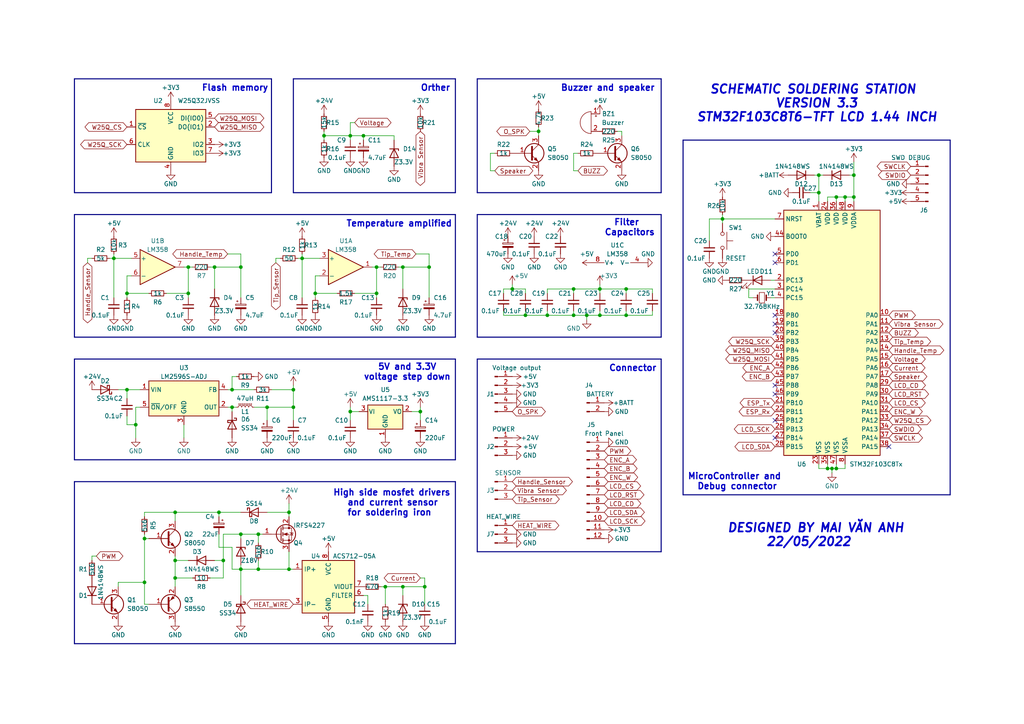
<source format=kicad_sch>
(kicad_sch (version 20211123) (generator eeschema)
  (paper "A4")
  (lib_symbols
    (symbol "Amplifier_Operational:LM358" (pin_names (offset 0.127))
      (property "Reference" "U" (at 0 5.08 0))
      (property "Value" "LM358" (at 0 -5.08 0))
      (symbol "LM358_1_1"
        (pin output line (at 7.62 0 180) (length 2.54) (name "~") (number "1"))
        (pin input line (at -7.62 -2.54 0) (length 2.54) (name "-") (number "2"))
        (pin input line (at -7.62 2.54 0) (length 2.54) (name "+") (number "3"))
      )
      (symbol "LM358_2_1"
        (pin input line (at -7.62 2.54 0) (length 2.54) (name "+") (number "5"))
        (pin input line (at -7.62 -2.54 0) (length 2.54) (name "-") (number "6"))
        (pin output line (at 7.62 0 180) (length 2.54) (name "~") (number "7"))
      )
      (symbol "LM358_3_1"
        (pin power_in line (at -2.54 -7.62 90) (length 3.81) (name "V-") (number "4"))
        (pin power_in line (at -2.54 7.62 270) (length 3.81) (name "V+") (number "8"))
      )
    )
    (symbol "Connector:Conn_01x02_Male" (pin_names (offset 1.016) hide)
      (property "Reference" "J" (at 0 2.54 0))
      (property "Value" "Conn_01x02_Male" (at 0 -5.08 0))
      (symbol "Conn_01x02_Male_1_1"
        (pin passive line (at 5.08 0 180) (length 3.81) (name "Pin_1") (number "1"))
        (pin passive line (at 5.08 -2.54 180) (length 3.81) (name "Pin_2") (number "2"))
      )
    )
    (symbol "Connector:Conn_01x03_Male" (pin_names (offset 1.016) hide)
      (property "Reference" "J" (at 0 5.08 0))
      (property "Value" "Conn_01x03_Male" (at 0 -5.08 0))
      (symbol "Conn_01x03_Male_1_1"
        (pin passive line (at 5.08 2.54 180) (length 3.81) (name "Pin_1") (number "1"))
        (pin passive line (at 5.08 0 180) (length 3.81) (name "Pin_2") (number "2"))
        (pin passive line (at 5.08 -2.54 180) (length 3.81) (name "Pin_3") (number "3"))
      )
    )
    (symbol "Connector:Conn_01x05_Male" (pin_names (offset 1.016) hide)
      (property "Reference" "J" (at 0 7.62 0))
      (property "Value" "Conn_01x05_Male" (at 0 -7.62 0))
      (symbol "Conn_01x05_Male_1_1"
        (pin passive line (at 5.08 5.08 180) (length 3.81) (name "Pin_1") (number "1"))
        (pin passive line (at 5.08 2.54 180) (length 3.81) (name "Pin_2") (number "2"))
        (pin passive line (at 5.08 0 180) (length 3.81) (name "Pin_3") (number "3"))
        (pin passive line (at 5.08 -2.54 180) (length 3.81) (name "Pin_4") (number "4"))
        (pin passive line (at 5.08 -5.08 180) (length 3.81) (name "Pin_5") (number "5"))
      )
    )
    (symbol "Connector:Conn_01x12_Male" (pin_names (offset 1.016) hide)
      (property "Reference" "J" (at 0 15.24 0))
      (property "Value" "Conn_01x12_Male" (at 0 -17.78 0))
      (symbol "Conn_01x12_Male_1_1"
        (pin passive line (at 5.08 12.7 180) (length 3.81) (name "Pin_1") (number "1"))
        (pin passive line (at 5.08 -10.16 180) (length 3.81) (name "Pin_10") (number "10"))
        (pin passive line (at 5.08 -12.7 180) (length 3.81) (name "Pin_11") (number "11"))
        (pin passive line (at 5.08 -15.24 180) (length 3.81) (name "Pin_12") (number "12"))
        (pin passive line (at 5.08 10.16 180) (length 3.81) (name "Pin_2") (number "2"))
        (pin passive line (at 5.08 7.62 180) (length 3.81) (name "Pin_3") (number "3"))
        (pin passive line (at 5.08 5.08 180) (length 3.81) (name "Pin_4") (number "4"))
        (pin passive line (at 5.08 2.54 180) (length 3.81) (name "Pin_5") (number "5"))
        (pin passive line (at 5.08 0 180) (length 3.81) (name "Pin_6") (number "6"))
        (pin passive line (at 5.08 -2.54 180) (length 3.81) (name "Pin_7") (number "7"))
        (pin passive line (at 5.08 -5.08 180) (length 3.81) (name "Pin_8") (number "8"))
        (pin passive line (at 5.08 -7.62 180) (length 3.81) (name "Pin_9") (number "9"))
      )
    )
    (symbol "Device:Buzzer" (pin_names (offset 0.0254) hide)
      (property "Reference" "BZ" (at 3.81 1.27 0))
      (property "Value" "Buzzer" (at 3.81 -1.27 0))
      (symbol "Buzzer_1_1"
        (pin passive line (at -2.54 2.54 0) (length 2.54) (name "-") (number "1"))
        (pin passive line (at -2.54 -2.54 0) (length 2.54) (name "+") (number "2"))
      )
    )
    (symbol "Device:C_Polarized_Small" (pin_numbers hide) (pin_names (offset 0.254) hide)
      (property "Reference" "C" (at 0.254 1.778 0))
      (property "Value" "C_Polarized_Small" (at 0.254 -2.032 0))
      (symbol "C_Polarized_Small_1_1"
        (pin passive line (at 0 2.54 270) (length 1.8542) (name "~") (number "1"))
        (pin passive line (at 0 -2.54 90) (length 1.8542) (name "~") (number "2"))
      )
    )
    (symbol "Device:C_Small" (pin_numbers hide) (pin_names (offset 0.254) hide)
      (property "Reference" "C" (at 0.254 1.778 0))
      (property "Value" "C_Small" (at 0.254 -2.032 0))
      (symbol "C_Small_1_1"
        (pin passive line (at 0 2.54 270) (length 2.032) (name "~") (number "1"))
        (pin passive line (at 0 -2.54 90) (length 2.032) (name "~") (number "2"))
      )
    )
    (symbol "Device:Crystal_Small" (pin_numbers hide) (pin_names (offset 1.016) hide)
      (property "Reference" "Y" (at 0 2.54 0))
      (property "Value" "Crystal_Small" (at 0 -2.54 0))
      (symbol "Crystal_Small_1_1"
        (pin passive line (at -2.54 0 0) (length 1.27) (name "1") (number "1"))
        (pin passive line (at 2.54 0 180) (length 1.27) (name "2") (number "2"))
      )
    )
    (symbol "Device:LED" (pin_numbers hide) (pin_names (offset 1.016) hide)
      (property "Reference" "D" (at 0 2.54 0))
      (property "Value" "LED" (at 0 -2.54 0))
      (symbol "LED_1_1"
        (pin passive line (at -3.81 0 0) (length 2.54) (name "K") (number "1"))
        (pin passive line (at 3.81 0 180) (length 2.54) (name "A") (number "2"))
      )
    )
    (symbol "Device:L_Ferrite_Small" (pin_numbers hide) (pin_names (offset 0.254) hide)
      (property "Reference" "L" (at 1.27 1.016 0))
      (property "Value" "L_Ferrite_Small" (at 1.27 -1.27 0))
      (symbol "L_Ferrite_Small_1_1"
        (pin passive line (at 0 2.54 270) (length 0.508) (name "~") (number "1"))
        (pin passive line (at 0 -2.54 90) (length 0.508) (name "~") (number "2"))
      )
    )
    (symbol "Device:R_Small" (pin_numbers hide) (pin_names (offset 0.254) hide)
      (property "Reference" "R" (at 0.762 0.508 0))
      (property "Value" "R_Small" (at 0.762 -1.016 0))
      (symbol "R_Small_1_1"
        (pin passive line (at 0 2.54 270) (length 0.762) (name "~") (number "1"))
        (pin passive line (at 0 -2.54 90) (length 0.762) (name "~") (number "2"))
      )
    )
    (symbol "Diode:1N4148WS" (pin_numbers hide) (pin_names (offset 1.016) hide)
      (property "Reference" "D" (at 0 2.54 0))
      (property "Value" "1N4148WS" (at 0 -2.54 0))
      (symbol "1N4148WS_1_1"
        (pin passive line (at -3.81 0 0) (length 2.54) (name "K") (number "1"))
        (pin passive line (at 3.81 0 180) (length 2.54) (name "A") (number "2"))
      )
    )
    (symbol "Diode:BZV55B18" (pin_numbers hide) (pin_names hide)
      (property "Reference" "D" (at 0 2.54 0))
      (property "Value" "BZV55B18" (at 0 -2.54 0))
      (symbol "BZV55B18_1_1"
        (pin passive line (at -3.81 0 0) (length 2.54) (name "K") (number "1"))
        (pin passive line (at 3.81 0 180) (length 2.54) (name "A") (number "2"))
      )
    )
    (symbol "Diode:BZV55B3V3" (pin_numbers hide) (pin_names hide)
      (property "Reference" "D" (at 0 2.54 0))
      (property "Value" "BZV55B3V3" (at 0 -2.54 0))
      (symbol "BZV55B3V3_1_1"
        (pin passive line (at -3.81 0 0) (length 2.54) (name "K") (number "1"))
        (pin passive line (at 3.81 0 180) (length 2.54) (name "A") (number "2"))
      )
    )
    (symbol "Diode:CDBA340-HF" (pin_numbers hide) (pin_names hide)
      (property "Reference" "D" (at 0 2.54 0))
      (property "Value" "CDBA340-HF" (at 0 -2.54 0))
      (symbol "CDBA340-HF_1_1"
        (pin passive line (at -3.81 0 0) (length 2.54) (name "K") (number "1"))
        (pin passive line (at 3.81 0 180) (length 2.54) (name "A") (number "2"))
      )
    )
    (symbol "MCU_ST_STM32F1:STM32F103C8Tx"
      (property "Reference" "U" (at -15.24 36.83 0))
      (property "Value" "STM32F103C8Tx" (at 7.62 36.83 0))
      (symbol "STM32F103C8Tx_1_1"
        (pin power_in line (at -5.08 38.1 270) (length 2.54) (name "VBAT") (number "1"))
        (pin bidirectional line (at 15.24 5.08 180) (length 2.54) (name "PA0") (number "10"))
        (pin bidirectional line (at 15.24 2.54 180) (length 2.54) (name "PA1") (number "11"))
        (pin bidirectional line (at 15.24 0 180) (length 2.54) (name "PA2") (number "12"))
        (pin bidirectional line (at 15.24 -2.54 180) (length 2.54) (name "PA3") (number "13"))
        (pin bidirectional line (at 15.24 -5.08 180) (length 2.54) (name "PA4") (number "14"))
        (pin bidirectional line (at 15.24 -7.62 180) (length 2.54) (name "PA5") (number "15"))
        (pin bidirectional line (at 15.24 -10.16 180) (length 2.54) (name "PA6") (number "16"))
        (pin bidirectional line (at 15.24 -12.7 180) (length 2.54) (name "PA7") (number "17"))
        (pin bidirectional line (at -17.78 5.08 0) (length 2.54) (name "PB0") (number "18"))
        (pin bidirectional line (at -17.78 2.54 0) (length 2.54) (name "PB1") (number "19"))
        (pin bidirectional line (at -17.78 15.24 0) (length 2.54) (name "PC13") (number "2"))
        (pin bidirectional line (at -17.78 0 0) (length 2.54) (name "PB2") (number "20"))
        (pin bidirectional line (at -17.78 -20.32 0) (length 2.54) (name "PB10") (number "21"))
        (pin bidirectional line (at -17.78 -22.86 0) (length 2.54) (name "PB11") (number "22"))
        (pin power_in line (at -5.08 -38.1 90) (length 2.54) (name "VSS") (number "23"))
        (pin power_in line (at -2.54 38.1 270) (length 2.54) (name "VDD") (number "24"))
        (pin bidirectional line (at -17.78 -25.4 0) (length 2.54) (name "PB12") (number "25"))
        (pin bidirectional line (at -17.78 -27.94 0) (length 2.54) (name "PB13") (number "26"))
        (pin bidirectional line (at -17.78 -30.48 0) (length 2.54) (name "PB14") (number "27"))
        (pin bidirectional line (at -17.78 -33.02 0) (length 2.54) (name "PB15") (number "28"))
        (pin bidirectional line (at 15.24 -15.24 180) (length 2.54) (name "PA8") (number "29"))
        (pin bidirectional line (at -17.78 12.7 0) (length 2.54) (name "PC14") (number "3"))
        (pin bidirectional line (at 15.24 -17.78 180) (length 2.54) (name "PA9") (number "30"))
        (pin bidirectional line (at 15.24 -20.32 180) (length 2.54) (name "PA10") (number "31"))
        (pin bidirectional line (at 15.24 -22.86 180) (length 2.54) (name "PA11") (number "32"))
        (pin bidirectional line (at 15.24 -25.4 180) (length 2.54) (name "PA12") (number "33"))
        (pin bidirectional line (at 15.24 -27.94 180) (length 2.54) (name "PA13") (number "34"))
        (pin power_in line (at -2.54 -38.1 90) (length 2.54) (name "VSS") (number "35"))
        (pin power_in line (at 0 38.1 270) (length 2.54) (name "VDD") (number "36"))
        (pin bidirectional line (at 15.24 -30.48 180) (length 2.54) (name "PA14") (number "37"))
        (pin bidirectional line (at 15.24 -33.02 180) (length 2.54) (name "PA15") (number "38"))
        (pin bidirectional line (at -17.78 -2.54 0) (length 2.54) (name "PB3") (number "39"))
        (pin bidirectional line (at -17.78 10.16 0) (length 2.54) (name "PC15") (number "4"))
        (pin bidirectional line (at -17.78 -5.08 0) (length 2.54) (name "PB4") (number "40"))
        (pin bidirectional line (at -17.78 -7.62 0) (length 2.54) (name "PB5") (number "41"))
        (pin bidirectional line (at -17.78 -10.16 0) (length 2.54) (name "PB6") (number "42"))
        (pin bidirectional line (at -17.78 -12.7 0) (length 2.54) (name "PB7") (number "43"))
        (pin input line (at -17.78 27.94 0) (length 2.54) (name "BOOT0") (number "44"))
        (pin bidirectional line (at -17.78 -15.24 0) (length 2.54) (name "PB8") (number "45"))
        (pin bidirectional line (at -17.78 -17.78 0) (length 2.54) (name "PB9") (number "46"))
        (pin power_in line (at 0 -38.1 90) (length 2.54) (name "VSS") (number "47"))
        (pin power_in line (at 2.54 38.1 270) (length 2.54) (name "VDD") (number "48"))
        (pin input line (at -17.78 22.86 0) (length 2.54) (name "PD0") (number "5"))
        (pin input line (at -17.78 20.32 0) (length 2.54) (name "PD1") (number "6"))
        (pin input line (at -17.78 33.02 0) (length 2.54) (name "NRST") (number "7"))
        (pin power_in line (at 2.54 -38.1 90) (length 2.54) (name "VSSA") (number "8"))
        (pin power_in line (at 5.08 38.1 270) (length 2.54) (name "VDDA") (number "9"))
      )
    )
    (symbol "Memory_Flash:W25Q32JVSS"
      (property "Reference" "U" (at -8.89 8.89 0))
      (property "Value" "W25Q32JVSS" (at 7.62 8.89 0))
      (symbol "W25Q32JVSS_1_1"
        (pin input line (at -12.7 2.54 0) (length 2.54) (name "~{CS}") (number "1"))
        (pin bidirectional line (at 12.7 2.54 180) (length 2.54) (name "DO(IO1)") (number "2"))
        (pin bidirectional line (at 12.7 -2.54 180) (length 2.54) (name "IO2") (number "3"))
        (pin power_in line (at 0 -10.16 90) (length 2.54) (name "GND") (number "4"))
        (pin bidirectional line (at 12.7 5.08 180) (length 2.54) (name "DI(IO0)") (number "5"))
        (pin input line (at -12.7 -2.54 0) (length 2.54) (name "CLK") (number "6"))
        (pin bidirectional line (at 12.7 -5.08 180) (length 2.54) (name "IO3") (number "7"))
        (pin power_in line (at 0 10.16 270) (length 2.54) (name "VCC") (number "8"))
      )
    )
    (symbol "Regulator_Linear:AMS1117-3.3" (pin_names (offset 0.254))
      (property "Reference" "U" (at -3.81 3.175 0))
      (property "Value" "AMS1117-3.3" (at 0 3.175 0))
      (symbol "AMS1117-3.3_1_1"
        (pin power_in line (at 0 -7.62 90) (length 2.54) (name "GND") (number "1"))
        (pin power_out line (at 7.62 0 180) (length 2.54) (name "VO") (number "2"))
        (pin power_in line (at -7.62 0 0) (length 2.54) (name "VI") (number "3"))
      )
    )
    (symbol "Regulator_Switching:LM2596S-ADJ"
      (property "Reference" "U" (at -10.16 6.35 0))
      (property "Value" "LM2596S-ADJ" (at 0 6.35 0))
      (symbol "LM2596S-ADJ_1_1"
        (pin power_in line (at -12.7 2.54 0) (length 2.54) (name "VIN") (number "1"))
        (pin output line (at 12.7 -2.54 180) (length 2.54) (name "OUT") (number "2"))
        (pin power_in line (at 0 -7.62 90) (length 2.54) (name "GND") (number "3"))
        (pin input line (at 12.7 2.54 180) (length 2.54) (name "FB") (number "4"))
        (pin input line (at -12.7 -2.54 0) (length 2.54) (name "~{ON}/OFF") (number "5"))
      )
    )
    (symbol "Sensor_Current:ACS712xLCTR-05B"
      (property "Reference" "U" (at 2.54 11.43 0))
      (property "Value" "ACS712xLCTR-05B" (at 2.54 8.89 0))
      (symbol "ACS712xLCTR-05B_1_1"
        (pin passive line (at -10.16 5.08 0) (length 2.54) (name "IP+") (number "1"))
        (pin passive line (at -10.16 5.08 0) (length 2.54) hide (name "IP+") (number "2"))
        (pin passive line (at -10.16 -5.08 0) (length 2.54) (name "IP-") (number "3"))
        (pin passive line (at -10.16 -5.08 0) (length 2.54) hide (name "IP-") (number "4"))
        (pin power_in line (at 0 -10.16 90) (length 2.54) (name "GND") (number "5"))
        (pin passive line (at 10.16 -2.54 180) (length 2.54) (name "FILTER") (number "6"))
        (pin output line (at 10.16 0 180) (length 2.54) (name "VIOUT") (number "7"))
        (pin power_in line (at 0 10.16 270) (length 2.54) (name "VCC") (number "8"))
      )
    )
    (symbol "Switch:SW_Push" (pin_numbers hide) (pin_names (offset 1.016) hide)
      (property "Reference" "SW" (at 1.27 2.54 0))
      (property "Value" "SW_Push" (at 0 -1.524 0))
      (symbol "SW_Push_0_1"
        (pin passive line (at -5.08 0 0) (length 2.54) (name "1") (number "1"))
        (pin passive line (at 5.08 0 180) (length 2.54) (name "2") (number "2"))
      )
    )
    (symbol "Transistor_BJT:BC847" (pin_names (offset 0) hide)
      (property "Reference" "Q" (at 5.08 1.905 0))
      (property "Value" "BC847" (at 5.08 0 0))
      (symbol "BC847_1_1"
        (pin input line (at -5.08 0 0) (length 5.715) (name "B") (number "1"))
        (pin passive line (at 2.54 -5.08 90) (length 2.54) (name "E") (number "2"))
        (pin passive line (at 2.54 5.08 270) (length 2.54) (name "C") (number "3"))
      )
    )
    (symbol "Transistor_BJT:BC857" (pin_names (offset 0) hide)
      (property "Reference" "Q" (at 5.08 1.905 0))
      (property "Value" "BC857" (at 5.08 0 0))
      (symbol "BC857_1_1"
        (pin input line (at -5.08 0 0) (length 5.715) (name "B") (number "1"))
        (pin passive line (at 2.54 -5.08 90) (length 2.54) (name "E") (number "2"))
        (pin passive line (at 2.54 5.08 270) (length 2.54) (name "C") (number "3"))
      )
    )
    (symbol "Transistor_FET:IRFS4227" (pin_names hide)
      (property "Reference" "Q" (at 5.08 1.905 0))
      (property "Value" "IRFS4227" (at 5.08 0 0))
      (symbol "IRFS4227_1_1"
        (pin passive line (at -5.08 0 0) (length 2.54) (name "G") (number "1"))
        (pin passive line (at 2.54 5.08 270) (length 2.54) (name "D") (number "2"))
        (pin passive line (at 2.54 -5.08 90) (length 2.54) (name "S") (number "3"))
      )
    )
    (symbol "power:+24V" (power) (pin_names (offset 0))
      (property "Value" "+24V" (at 0 3.556 0))
      (symbol "+24V_1_1"
        (pin power_in line (at 0 0 90) (length 0) hide (name "+24V") (number "1"))
      )
    )
    (symbol "power:+3V3" (power) (pin_names (offset 0))
      (property "Value" "+3V3" (at 0 3.556 0))
      (symbol "+3V3_1_1"
        (pin power_in line (at 0 0 90) (length 0) hide (name "+3V3") (number "1"))
      )
    )
    (symbol "power:+5V" (power) (pin_names (offset 0))
      (property "Value" "+5V" (at 0 3.556 0))
      (symbol "+5V_1_1"
        (pin power_in line (at 0 0 90) (length 0) hide (name "+5V") (number "1"))
      )
    )
    (symbol "power:+BATT" (power) (pin_names (offset 0))
      (property "Value" "+BATT" (at 0 3.556 0))
      (symbol "+BATT_1_1"
        (pin power_in line (at 0 0 90) (length 0) hide (name "+BATT") (number "1"))
      )
    )
    (symbol "power:GND" (power) (pin_names (offset 0))
      (property "Value" "GND" (at 0 -3.81 0))
      (symbol "GND_1_1"
        (pin power_in line (at 0 0 270) (length 0) hide (name "GND") (number "1"))
      )
    )
  )
  (junction (at 240.03 135.89))
  (junction (at 166.37 91.44))
  (junction (at 173.99 91.44))
  (junction (at 36.83 113.03))
  (junction (at 109.22 77.47))
  (junction (at 93.98 39.37))
  (junction (at 181.61 91.44))
  (junction (at 83.82 148.59))
  (junction (at 173.99 83.82))
  (junction (at 69.85 165.1))
  (junction (at 105.41 39.37))
  (junction (at 116.84 170.18))
  (junction (at 64.77 162.56))
  (junction (at 85.09 113.03))
  (junction (at 237.49 50.8))
  (junction (at 156.21 38.1))
  (junction (at 245.11 57.15))
  (junction (at 247.65 50.8))
  (junction (at 170.18 91.44))
  (junction (at 121.92 119.38))
  (junction (at 50.8 162.56))
  (junction (at 91.44 85.09))
  (junction (at 54.61 77.47))
  (junction (at 87.63 74.93))
  (junction (at 63.5 148.59))
  (junction (at 242.57 135.89))
  (junction (at 41.91 156.21))
  (junction (at 241.3 135.89))
  (junction (at 148.59 83.82))
  (junction (at 158.75 91.44))
  (junction (at 36.83 85.09))
  (junction (at 109.22 85.09))
  (junction (at 74.93 154.94))
  (junction (at 74.93 165.1))
  (junction (at 242.57 57.15))
  (junction (at 247.65 57.15))
  (junction (at 69.85 77.47))
  (junction (at 166.37 83.82))
  (junction (at 69.85 154.94))
  (junction (at 101.6 39.37))
  (junction (at 41.91 168.91))
  (junction (at 67.31 118.11))
  (junction (at 152.4 91.44))
  (junction (at 101.6 119.38))
  (junction (at 62.23 77.47))
  (junction (at 77.47 118.11))
  (junction (at 39.37 123.19))
  (junction (at 67.31 113.03))
  (junction (at 181.61 83.82))
  (junction (at 237.49 55.88))
  (junction (at 33.02 74.93))
  (junction (at 111.76 170.18))
  (junction (at 54.61 85.09))
  (junction (at 85.09 118.11))
  (junction (at 123.19 170.18))
  (junction (at 209.55 63.5))
  (junction (at 83.82 165.1))
  (junction (at 116.84 77.47))
  (junction (at 50.8 148.59))
  (junction (at 50.8 167.64))
  (junction (at 124.46 77.47))
  (no_connect (at 224.79 114.3))
  (no_connect (at 224.79 93.98))
  (no_connect (at 224.79 121.92))
  (no_connect (at 224.79 96.52))
  (no_connect (at 257.81 129.54))
  (no_connect (at 224.79 91.44))
  (no_connect (at 224.79 127))
  (no_connect (at 224.79 111.76))
  (no_connect (at 224.79 73.66))
  (no_connect (at 224.79 76.2))
  (wire (pts (xy 69.85 77.47) (xy 62.23 77.47)))
  (wire (pts (xy 69.85 86.36) (xy 69.85 77.47)))
  (wire (pts (xy 36.83 85.09) (xy 36.83 86.36)))
  (wire (pts (xy 93.98 38.1) (xy 93.98 39.37)))
  (bus (pts (xy 132.08 55.88) (xy 132.08 22.86)))
  (wire (pts (xy 236.22 50.8) (xy 237.49 50.8)))
  (wire (pts (xy 31.75 74.93) (xy 33.02 74.93)))
  (bus (pts (xy 132.08 139.7) (xy 132.08 186.69)))
  (bus (pts (xy 138.43 55.88) (xy 191.77 55.88)))
  (wire (pts (xy 83.82 148.59) (xy 83.82 149.86)))
  (wire (pts (xy 50.8 161.29) (xy 50.8 162.56)))
  (bus (pts (xy 78.74 22.86) (xy 21.59 22.86)))
  (bus (pts (xy 275.59 143.51) (xy 198.12 143.51)))
  (wire (pts (xy 170.18 91.44) (xy 170.18 92.71)))
  (wire (pts (xy 123.19 170.18) (xy 116.84 170.18)))
  (wire (pts (xy 69.85 165.1) (xy 74.93 165.1)))
  (wire (pts (xy 63.5 154.94) (xy 63.5 158.75)))
  (wire (pts (xy 41.91 156.21) (xy 43.18 156.21)))
  (wire (pts (xy 54.61 85.09) (xy 48.26 85.09)))
  (wire (pts (xy 38.1 80.01) (xy 36.83 80.01)))
  (wire (pts (xy 240.03 135.89) (xy 237.49 135.89)))
  (wire (pts (xy 158.75 83.82) (xy 158.75 85.09)))
  (wire (pts (xy 85.09 121.92) (xy 85.09 118.11)))
  (bus (pts (xy 21.59 97.79) (xy 132.08 97.79)))
  (wire (pts (xy 41.91 175.26) (xy 43.18 175.26)))
  (wire (pts (xy 143.51 49.53) (xy 142.24 49.53)))
  (wire (pts (xy 36.83 80.01) (xy 36.83 85.09)))
  (bus (pts (xy 132.08 62.23) (xy 21.59 62.23)))
  (wire (pts (xy 77.47 148.59) (xy 83.82 148.59)))
  (wire (pts (xy 237.49 135.89) (xy 237.49 134.62)))
  (wire (pts (xy 33.02 74.93) (xy 38.1 74.93)))
  (wire (pts (xy 237.49 50.8) (xy 237.49 55.88)))
  (bus (pts (xy 78.74 55.88) (xy 78.74 22.86)))
  (wire (pts (xy 63.5 148.59) (xy 63.5 149.86)))
  (wire (pts (xy 67.31 118.11) (xy 67.31 119.38)))
  (wire (pts (xy 121.92 119.38) (xy 119.38 119.38)))
  (wire (pts (xy 209.55 63.5) (xy 224.79 63.5)))
  (wire (pts (xy 33.02 73.66) (xy 33.02 74.93)))
  (wire (pts (xy 234.95 55.88) (xy 237.49 55.88)))
  (wire (pts (xy 142.24 44.45) (xy 143.51 44.45)))
  (wire (pts (xy 66.04 118.11) (xy 67.31 118.11)))
  (wire (pts (xy 39.37 123.19) (xy 39.37 118.11)))
  (bus (pts (xy 21.59 139.7) (xy 132.08 139.7)))
  (wire (pts (xy 105.41 40.64) (xy 105.41 39.37)))
  (wire (pts (xy 152.4 90.17) (xy 152.4 91.44)))
  (wire (pts (xy 173.99 83.82) (xy 181.61 83.82)))
  (wire (pts (xy 121.92 167.64) (xy 123.19 167.64)))
  (wire (pts (xy 109.22 77.47) (xy 109.22 85.09)))
  (wire (pts (xy 87.63 74.93) (xy 92.71 74.93)))
  (bus (pts (xy 198.12 40.64) (xy 275.59 40.64)))
  (wire (pts (xy 217.17 86.36) (xy 218.44 86.36)))
  (wire (pts (xy 105.41 39.37) (xy 101.6 39.37)))
  (wire (pts (xy 69.85 154.94) (xy 69.85 156.21)))
  (wire (pts (xy 101.6 40.64) (xy 101.6 39.37)))
  (wire (pts (xy 34.29 113.03) (xy 36.83 113.03)))
  (wire (pts (xy 74.93 162.56) (xy 74.93 165.1)))
  (wire (pts (xy 91.44 85.09) (xy 97.79 85.09)))
  (wire (pts (xy 50.8 148.59) (xy 63.5 148.59)))
  (wire (pts (xy 41.91 154.94) (xy 41.91 156.21)))
  (bus (pts (xy 191.77 97.79) (xy 191.77 62.23)))
  (wire (pts (xy 123.19 167.64) (xy 123.19 170.18)))
  (wire (pts (xy 63.5 158.75) (xy 67.31 158.75)))
  (wire (pts (xy 173.99 90.17) (xy 173.99 91.44)))
  (wire (pts (xy 152.4 91.44) (xy 158.75 91.44)))
  (wire (pts (xy 120.65 73.66) (xy 124.46 73.66)))
  (bus (pts (xy 21.59 104.14) (xy 132.08 104.14)))
  (wire (pts (xy 111.76 175.26) (xy 111.76 170.18)))
  (wire (pts (xy 36.83 85.09) (xy 43.18 85.09)))
  (bus (pts (xy 191.77 22.86) (xy 138.43 22.86)))
  (wire (pts (xy 247.65 46.99) (xy 247.65 50.8)))
  (wire (pts (xy 189.23 83.82) (xy 189.23 85.09)))
  (wire (pts (xy 34.29 168.91) (xy 41.91 168.91)))
  (wire (pts (xy 124.46 86.36) (xy 124.46 77.47)))
  (wire (pts (xy 101.6 35.56) (xy 101.6 39.37)))
  (wire (pts (xy 106.68 175.26) (xy 106.68 172.72)))
  (wire (pts (xy 69.85 154.94) (xy 64.77 154.94)))
  (bus (pts (xy 138.43 97.79) (xy 191.77 97.79)))
  (bus (pts (xy 191.77 160.02) (xy 191.77 104.14)))
  (wire (pts (xy 33.02 86.36) (xy 33.02 74.93)))
  (wire (pts (xy 240.03 58.42) (xy 240.03 57.15)))
  (wire (pts (xy 69.85 163.83) (xy 69.85 165.1)))
  (wire (pts (xy 41.91 156.21) (xy 41.91 168.91)))
  (wire (pts (xy 115.57 77.47) (xy 116.84 77.47)))
  (wire (pts (xy 67.31 113.03) (xy 73.66 113.03)))
  (wire (pts (xy 101.6 39.37) (xy 93.98 39.37)))
  (wire (pts (xy 107.95 77.47) (xy 109.22 77.47)))
  (wire (pts (xy 34.29 170.18) (xy 34.29 168.91)))
  (bus (pts (xy 132.08 133.35) (xy 21.59 133.35)))
  (bus (pts (xy 138.43 104.14) (xy 191.77 104.14)))
  (wire (pts (xy 166.37 44.45) (xy 166.37 49.53)))
  (wire (pts (xy 209.55 63.5) (xy 209.55 64.77)))
  (wire (pts (xy 242.57 57.15) (xy 245.11 57.15)))
  (wire (pts (xy 26.67 161.29) (xy 26.67 162.56)))
  (wire (pts (xy 181.61 83.82) (xy 189.23 83.82)))
  (wire (pts (xy 156.21 38.1) (xy 156.21 39.37)))
  (bus (pts (xy 132.08 97.79) (xy 132.08 62.23)))
  (wire (pts (xy 166.37 83.82) (xy 166.37 85.09)))
  (wire (pts (xy 85.09 118.11) (xy 77.47 118.11)))
  (wire (pts (xy 121.92 121.92) (xy 121.92 119.38)))
  (wire (pts (xy 223.52 86.36) (xy 224.79 86.36)))
  (wire (pts (xy 237.49 55.88) (xy 237.49 58.42)))
  (wire (pts (xy 166.37 49.53) (xy 167.64 49.53)))
  (wire (pts (xy 246.38 50.8) (xy 247.65 50.8)))
  (wire (pts (xy 241.3 135.89) (xy 240.03 135.89)))
  (wire (pts (xy 106.68 172.72) (xy 105.41 172.72)))
  (bus (pts (xy 138.43 160.02) (xy 191.77 160.02)))
  (bus (pts (xy 191.77 55.88) (xy 191.77 22.86)))
  (wire (pts (xy 181.61 83.82) (xy 181.61 85.09)))
  (wire (pts (xy 247.65 50.8) (xy 247.65 57.15)))
  (wire (pts (xy 152.4 85.09) (xy 152.4 83.82)))
  (wire (pts (xy 50.8 167.64) (xy 50.8 170.18)))
  (wire (pts (xy 80.01 74.93) (xy 80.01 76.2)))
  (wire (pts (xy 74.93 154.94) (xy 74.93 157.48)))
  (wire (pts (xy 101.6 118.11) (xy 101.6 119.38)))
  (wire (pts (xy 81.28 74.93) (xy 80.01 74.93)))
  (wire (pts (xy 93.98 39.37) (xy 93.98 40.64)))
  (bus (pts (xy 138.43 62.23) (xy 138.43 97.79)))
  (wire (pts (xy 166.37 83.82) (xy 158.75 83.82)))
  (wire (pts (xy 63.5 148.59) (xy 69.85 148.59)))
  (wire (pts (xy 242.57 57.15) (xy 242.57 58.42)))
  (wire (pts (xy 237.49 50.8) (xy 238.76 50.8)))
  (wire (pts (xy 114.3 39.37) (xy 114.3 40.64)))
  (wire (pts (xy 245.11 134.62) (xy 245.11 135.89)))
  (wire (pts (xy 69.85 165.1) (xy 69.85 172.72)))
  (wire (pts (xy 116.84 172.72) (xy 116.84 170.18)))
  (bus (pts (xy 21.59 104.14) (xy 21.59 133.35)))
  (wire (pts (xy 109.22 85.09) (xy 109.22 86.36)))
  (wire (pts (xy 50.8 148.59) (xy 41.91 148.59)))
  (wire (pts (xy 109.22 85.09) (xy 102.87 85.09)))
  (wire (pts (xy 123.19 175.26) (xy 123.19 170.18)))
  (wire (pts (xy 69.85 73.66) (xy 69.85 77.47)))
  (wire (pts (xy 142.24 49.53) (xy 142.24 44.45)))
  (wire (pts (xy 86.36 74.93) (xy 87.63 74.93)))
  (wire (pts (xy 124.46 77.47) (xy 116.84 77.47)))
  (wire (pts (xy 146.05 91.44) (xy 152.4 91.44)))
  (wire (pts (xy 74.93 165.1) (xy 83.82 165.1)))
  (wire (pts (xy 124.46 73.66) (xy 124.46 77.47)))
  (bus (pts (xy 132.08 186.69) (xy 21.59 186.69)))
  (bus (pts (xy 21.59 22.86) (xy 21.59 55.88)))
  (wire (pts (xy 240.03 134.62) (xy 240.03 135.89)))
  (wire (pts (xy 77.47 118.11) (xy 73.66 118.11)))
  (wire (pts (xy 36.83 120.65) (xy 36.83 123.19)))
  (wire (pts (xy 173.99 91.44) (xy 181.61 91.44)))
  (wire (pts (xy 83.82 165.1) (xy 85.09 165.1)))
  (wire (pts (xy 181.61 91.44) (xy 189.23 91.44)))
  (wire (pts (xy 242.57 134.62) (xy 242.57 135.89)))
  (wire (pts (xy 36.83 113.03) (xy 36.83 115.57)))
  (wire (pts (xy 83.82 146.05) (xy 83.82 148.59)))
  (wire (pts (xy 78.74 113.03) (xy 85.09 113.03)))
  (wire (pts (xy 54.61 77.47) (xy 54.61 85.09)))
  (bus (pts (xy 275.59 40.64) (xy 275.59 143.51)))
  (wire (pts (xy 205.74 69.85) (xy 205.74 63.5)))
  (wire (pts (xy 74.93 154.94) (xy 69.85 154.94)))
  (wire (pts (xy 36.83 113.03) (xy 40.64 113.03)))
  (wire (pts (xy 76.2 154.94) (xy 74.93 154.94)))
  (wire (pts (xy 64.77 154.94) (xy 64.77 162.56)))
  (wire (pts (xy 158.75 90.17) (xy 158.75 91.44)))
  (wire (pts (xy 146.05 83.82) (xy 146.05 85.09)))
  (wire (pts (xy 166.37 90.17) (xy 166.37 91.44)))
  (wire (pts (xy 53.34 77.47) (xy 54.61 77.47)))
  (wire (pts (xy 67.31 118.11) (xy 68.58 118.11)))
  (bus (pts (xy 21.59 139.7) (xy 21.59 186.69)))
  (wire (pts (xy 64.77 162.56) (xy 64.77 167.64)))
  (wire (pts (xy 85.09 113.03) (xy 85.09 118.11)))
  (wire (pts (xy 209.55 62.23) (xy 209.55 63.5)))
  (wire (pts (xy 92.71 80.01) (xy 91.44 80.01)))
  (wire (pts (xy 67.31 165.1) (xy 69.85 165.1)))
  (wire (pts (xy 245.11 57.15) (xy 245.11 58.42)))
  (wire (pts (xy 247.65 57.15) (xy 247.65 58.42)))
  (wire (pts (xy 66.04 113.03) (xy 67.31 113.03)))
  (wire (pts (xy 148.59 82.55) (xy 148.59 83.82)))
  (bus (pts (xy 198.12 143.51) (xy 198.12 40.64)))
  (wire (pts (xy 223.52 81.28) (xy 224.79 81.28)))
  (wire (pts (xy 166.37 83.82) (xy 173.99 83.82)))
  (wire (pts (xy 36.83 123.19) (xy 39.37 123.19)))
  (wire (pts (xy 217.17 83.82) (xy 217.17 86.36)))
  (wire (pts (xy 121.92 118.11) (xy 121.92 119.38)))
  (wire (pts (xy 116.84 170.18) (xy 111.76 170.18)))
  (wire (pts (xy 54.61 85.09) (xy 54.61 86.36)))
  (wire (pts (xy 167.64 44.45) (xy 166.37 44.45)))
  (wire (pts (xy 53.34 127) (xy 53.34 123.19)))
  (wire (pts (xy 50.8 148.59) (xy 50.8 151.13)))
  (wire (pts (xy 67.31 109.22) (xy 67.31 113.03)))
  (wire (pts (xy 60.96 77.47) (xy 62.23 77.47)))
  (wire (pts (xy 87.63 86.36) (xy 87.63 74.93)))
  (wire (pts (xy 152.4 83.82) (xy 148.59 83.82)))
  (wire (pts (xy 41.91 168.91) (xy 41.91 175.26)))
  (bus (pts (xy 138.43 22.86) (xy 138.43 55.88)))
  (wire (pts (xy 181.61 90.17) (xy 181.61 91.44)))
  (wire (pts (xy 41.91 148.59) (xy 41.91 149.86)))
  (wire (pts (xy 166.37 91.44) (xy 170.18 91.44)))
  (wire (pts (xy 224.79 83.82) (xy 217.17 83.82)))
  (wire (pts (xy 242.57 135.89) (xy 241.3 135.89)))
  (bus (pts (xy 191.77 62.23) (xy 138.43 62.23)))
  (wire (pts (xy 116.84 77.47) (xy 116.84 83.82)))
  (bus (pts (xy 85.09 22.86) (xy 85.09 55.88)))
  (wire (pts (xy 50.8 162.56) (xy 50.8 167.64)))
  (wire (pts (xy 62.23 162.56) (xy 64.77 162.56)))
  (wire (pts (xy 66.04 73.66) (xy 69.85 73.66)))
  (wire (pts (xy 156.21 36.83) (xy 156.21 38.1)))
  (wire (pts (xy 180.34 38.1) (xy 180.34 39.37)))
  (bus (pts (xy 132.08 22.86) (xy 85.09 22.86)))
  (wire (pts (xy 27.94 161.29) (xy 26.67 161.29)))
  (wire (pts (xy 148.59 83.82) (xy 146.05 83.82)))
  (bus (pts (xy 85.09 55.88) (xy 132.08 55.88)))
  (wire (pts (xy 153.67 38.1) (xy 156.21 38.1)))
  (wire (pts (xy 77.47 118.11) (xy 77.47 121.92)))
  (bus (pts (xy 138.43 104.14) (xy 138.43 160.02)))
  (wire (pts (xy 245.11 135.89) (xy 242.57 135.89)))
  (wire (pts (xy 85.09 111.76) (xy 85.09 113.03)))
  (wire (pts (xy 101.6 119.38) (xy 104.14 119.38)))
  (bus (pts (xy 21.59 62.23) (xy 21.59 97.79)))
  (wire (pts (xy 205.74 63.5) (xy 209.55 63.5)))
  (wire (pts (xy 109.22 77.47) (xy 110.49 77.47)))
  (wire (pts (xy 101.6 121.92) (xy 101.6 119.38)))
  (wire (pts (xy 91.44 80.01) (xy 91.44 85.09)))
  (wire (pts (xy 146.05 90.17) (xy 146.05 91.44)))
  (wire (pts (xy 67.31 158.75) (xy 67.31 165.1)))
  (wire (pts (xy 60.96 167.64) (xy 64.77 167.64)))
  (wire (pts (xy 240.03 57.15) (xy 242.57 57.15)))
  (wire (pts (xy 25.4 74.93) (xy 26.67 74.93)))
  (wire (pts (xy 50.8 167.64) (xy 55.88 167.64)))
  (bus (pts (xy 21.59 55.88) (xy 78.74 55.88)))
  (wire (pts (xy 39.37 127) (xy 39.37 123.19)))
  (wire (pts (xy 111.76 170.18) (xy 110.49 170.18)))
  (wire (pts (xy 245.11 57.15) (xy 247.65 57.15)))
  (wire (pts (xy 54.61 77.47) (xy 55.88 77.47)))
  (wire (pts (xy 50.8 162.56) (xy 54.61 162.56)))
  (wire (pts (xy 25.4 76.2) (xy 25.4 74.93)))
  (wire (pts (xy 39.37 118.11) (xy 40.64 118.11)))
  (wire (pts (xy 189.23 91.44) (xy 189.23 90.17)))
  (wire (pts (xy 170.18 91.44) (xy 173.99 91.44)))
  (wire (pts (xy 173.99 83.82) (xy 173.99 85.09)))
  (wire (pts (xy 105.41 39.37) (xy 114.3 39.37)))
  (wire (pts (xy 87.63 73.66) (xy 87.63 74.93)))
  (bus (pts (xy 132.08 104.14) (xy 132.08 133.35)))
  (wire (pts (xy 173.99 82.55) (xy 173.99 83.82)))
  (wire (pts (xy 241.3 135.89) (xy 241.3 137.16)))
  (wire (pts (xy 179.07 38.1) (xy 180.34 38.1)))
  (wire (pts (xy 68.58 109.22) (xy 67.31 109.22)))
  (wire (pts (xy 62.23 83.82) (xy 62.23 77.47)))
  (wire (pts (xy 158.75 91.44) (xy 166.37 91.44)))
  (wire (pts (xy 102.87 35.56) (xy 101.6 35.56)))
  (wire (pts (xy 91.44 85.09) (xy 91.44 86.36)))
  (wire (pts (xy 83.82 165.1) (xy 83.82 160.02)))
  (text "Temperature amplified" (at 100.33 66.04 0) (effects (font (size 1.8 1.8) (thickness 0.36) bold) (justify left bottom)))
  (text "   5V and 3.3V\nvoltage step down" (at 105.41 110.49 0) (effects (font (size 1.8 1.8) (thickness 0.36) bold) (justify left bottom)))
  (text "Connector" (at 176.53 107.95 0) (effects (font (size 1.8 1.8) (thickness 0.36) bold) (justify left bottom)))
  (text "  SCHEMATIC SOLDERING STATION\n            VERSION 3.3 \nSTM32F103C8T6-TFT LCD 1.44 INCH" (at 201.93 35.56 0) (effects (font (size 2.5 2.5) (thickness 0.5) bold italic) (justify left bottom)))
  (text "Flash memory" (at 58.42 26.67 0) (effects (font (size 1.8 1.8) (thickness 0.36) bold) (justify left bottom)))
  (text "Buzzer and speaker" (at 162.56 26.67 0) (effects (font (size 1.8 1.8) (thickness 0.36) bold) (justify left bottom)))
  (text "DESIGNED BY MAI VĂN ANH\n	 22/05/2022" (at 210.82 158.75 0) (effects (font (size 2.5 2.5) (thickness 0.5) bold italic) (justify left bottom)))
  (text "  Filter\nCapacitors" (at 175.26 68.58 0) (effects (font (size 1.8 1.8) (thickness 0.36) bold) (justify left bottom)))
  (text "Orther" (at 121.92 26.67 0) (effects (font (size 1.8 1.8) (thickness 0.36) bold) (justify left bottom)))
  (text "High side mosfet drivers\n   and current sensor\n   for soldering iron" (at 96.52 149.86 0) (effects (font (size 1.8 1.8) (thickness 0.36) bold) (justify left bottom)))
  (text "MicroController and\n  Debug connector" (at 199.39 142.24 0) (effects (font (size 1.8 1.8) (thickness 0.36) bold) (justify left bottom)))
  (global_label "O_SPK" (shape bidirectional) (at 148.59 119.38 0) (property "Intersheet References" "${INTERSHEET_REFS}" (effects hide)))
  (global_label "Handle_Sensor" (shape bidirectional) (at 148.59 139.7 0) (property "Intersheet References" "${INTERSHEET_REFS}" (effects hide)))
  (global_label "SWCLK" (shape bidirectional) (at 257.81 127 0) (property "Intersheet References" "${INTERSHEET_REFS}" (effects hide)))
  (global_label "O_SPK" (shape bidirectional) (at 153.67 38.1 180) (property "Intersheet References" "${INTERSHEET_REFS}" (effects hide)))
  (global_label "ENC_W" (shape bidirectional) (at 175.26 138.43 0) (property "Intersheet References" "${INTERSHEET_REFS}" (effects hide)))
  (global_label "LCD_SDA" (shape bidirectional) (at 175.26 148.59 0) (property "Intersheet References" "${INTERSHEET_REFS}" (effects hide)))
  (global_label "LCD_CS" (shape bidirectional) (at 257.81 116.84 0) (property "Intersheet References" "${INTERSHEET_REFS}" (effects hide)))
  (global_label "W25Q_MOSI" (shape bidirectional) (at 62.23 34.29 0) (property "Intersheet References" "${INTERSHEET_REFS}" (effects hide)))
  (global_label "Current" (shape bidirectional) (at 257.81 106.68 0) (property "Intersheet References" "${INTERSHEET_REFS}" (effects hide)))
  (global_label "Vibra Sensor" (shape bidirectional) (at 148.59 142.24 0) (property "Intersheet References" "${INTERSHEET_REFS}" (effects hide)))
  (global_label "Tip_Sensor" (shape bidirectional) (at 80.01 76.2 270) (property "Intersheet References" "${INTERSHEET_REFS}" (effects hide)))
  (global_label "SWCLK" (shape bidirectional) (at 264.16 48.26 180) (property "Intersheet References" "${INTERSHEET_REFS}" (effects hide)))
  (global_label "W25Q_SCK" (shape bidirectional) (at 224.79 99.06 180) (property "Intersheet References" "${INTERSHEET_REFS}" (effects hide)))
  (global_label "PWM" (shape bidirectional) (at 257.81 91.44 0) (property "Intersheet References" "${INTERSHEET_REFS}" (effects hide)))
  (global_label "LCD_RST" (shape bidirectional) (at 175.26 143.51 0) (property "Intersheet References" "${INTERSHEET_REFS}" (effects hide)))
  (global_label "Tip_Sensor" (shape bidirectional) (at 148.59 144.78 0) (property "Intersheet References" "${INTERSHEET_REFS}" (effects hide)))
  (global_label "Voltage" (shape bidirectional) (at 257.81 104.14 0) (property "Intersheet References" "${INTERSHEET_REFS}" (effects hide)))
  (global_label "LCD_SDA" (shape bidirectional) (at 224.79 129.54 180) (property "Intersheet References" "${INTERSHEET_REFS}" (effects hide)))
  (global_label "BUZZ" (shape bidirectional) (at 257.81 96.52 0) (property "Intersheet References" "${INTERSHEET_REFS}" (effects hide)))
  (global_label "PWM" (shape bidirectional) (at 175.26 130.81 0) (property "Intersheet References" "${INTERSHEET_REFS}" (effects hide)))
  (global_label "HEAT_WIRE" (shape bidirectional) (at 148.59 152.4 0) (property "Intersheet References" "${INTERSHEET_REFS}" (effects hide)))
  (global_label "Tip_Temp" (shape bidirectional) (at 120.65 73.66 180) (property "Intersheet References" "${INTERSHEET_REFS}" (effects hide)))
  (global_label "W25Q_MOSI" (shape bidirectional) (at 224.79 104.14 180) (property "Intersheet References" "${INTERSHEET_REFS}" (effects hide)))
  (global_label "Handle_Temp" (shape bidirectional) (at 66.04 73.66 180) (property "Intersheet References" "${INTERSHEET_REFS}" (effects hide)))
  (global_label "LCD_RST" (shape bidirectional) (at 257.81 114.3 0) (property "Intersheet References" "${INTERSHEET_REFS}" (effects hide)))
  (global_label "LCD_CS" (shape bidirectional) (at 175.26 140.97 0) (property "Intersheet References" "${INTERSHEET_REFS}" (effects hide)))
  (global_label "W25Q_CS" (shape bidirectional) (at 36.83 36.83 180) (property "Intersheet References" "${INTERSHEET_REFS}" (effects hide)))
  (global_label "Tip_Temp" (shape bidirectional) (at 257.81 99.06 0) (property "Intersheet References" "${INTERSHEET_REFS}" (effects hide)))
  (global_label "Vibra Sensor" (shape bidirectional) (at 257.81 93.98 0) (property "Intersheet References" "${INTERSHEET_REFS}" (effects hide)))
  (global_label "ENC_B" (shape bidirectional) (at 175.26 135.89 0) (property "Intersheet References" "${INTERSHEET_REFS}" (effects hide)))
  (global_label "ENC_W" (shape bidirectional) (at 257.81 119.38 0) (property "Intersheet References" "${INTERSHEET_REFS}" (effects hide)))
  (global_label "W25Q_CS" (shape bidirectional) (at 257.81 121.92 0) (property "Intersheet References" "${INTERSHEET_REFS}" (effects hide)))
  (global_label "ESP_Rx" (shape bidirectional) (at 224.79 119.38 180) (property "Intersheet References" "${INTERSHEET_REFS}" (effects hide)))
  (global_label "Handle_Temp" (shape bidirectional) (at 257.81 101.6 0) (property "Intersheet References" "${INTERSHEET_REFS}" (effects hide)))
  (global_label "LCD_CD" (shape bidirectional) (at 257.81 111.76 0) (property "Intersheet References" "${INTERSHEET_REFS}" (effects hide)))
  (global_label "W25Q_MISO" (shape bidirectional) (at 62.23 36.83 0) (property "Intersheet References" "${INTERSHEET_REFS}" (effects hide)))
  (global_label "ENC_B" (shape bidirectional) (at 224.79 109.22 180) (property "Intersheet References" "${INTERSHEET_REFS}" (effects hide)))
  (global_label "Speaker" (shape bidirectional) (at 257.81 109.22 0) (property "Intersheet References" "${INTERSHEET_REFS}" (effects hide)))
  (global_label "HEAT_WIRE" (shape bidirectional) (at 85.09 175.26 180) (property "Intersheet References" "${INTERSHEET_REFS}" (effects hide)))
  (global_label "Voltage" (shape bidirectional) (at 102.87 35.56 0) (property "Intersheet References" "${INTERSHEET_REFS}" (effects hide)))
  (global_label "ENC_A" (shape bidirectional) (at 175.26 133.35 0) (property "Intersheet References" "${INTERSHEET_REFS}" (effects hide)))
  (global_label "Handle_Sensor" (shape bidirectional) (at 25.4 76.2 270) (property "Intersheet References" "${INTERSHEET_REFS}" (effects hide)))
  (global_label "W25Q_SCK" (shape bidirectional) (at 36.83 41.91 180) (property "Intersheet References" "${INTERSHEET_REFS}" (effects hide)))
  (global_label "BUZZ" (shape bidirectional) (at 167.64 49.53 0) (property "Intersheet References" "${INTERSHEET_REFS}" (effects hide)))
  (global_label "LCD_SCK" (shape bidirectional) (at 175.26 151.13 0) (property "Intersheet References" "${INTERSHEET_REFS}" (effects hide)))
  (global_label "SWDIO" (shape bidirectional) (at 257.81 124.46 0) (property "Intersheet References" "${INTERSHEET_REFS}" (effects hide)))
  (global_label "Vibra Sensor" (shape bidirectional) (at 121.92 38.1 270) (property "Intersheet References" "${INTERSHEET_REFS}" (effects hide)))
  (global_label "LCD_CD" (shape bidirectional) (at 175.26 146.05 0) (property "Intersheet References" "${INTERSHEET_REFS}" (effects hide)))
  (global_label "ENC_A" (shape bidirectional) (at 224.79 106.68 180) (property "Intersheet References" "${INTERSHEET_REFS}" (effects hide)))
  (global_label "LCD_SCK" (shape bidirectional) (at 224.79 124.46 180) (property "Intersheet References" "${INTERSHEET_REFS}" (effects hide)))
  (global_label "ESP_Tx" (shape bidirectional) (at 224.79 116.84 180) (property "Intersheet References" "${INTERSHEET_REFS}" (effects hide)))
  (global_label "PWM" (shape bidirectional) (at 27.94 161.29 0) (property "Intersheet References" "${INTERSHEET_REFS}" (effects hide)))
  (global_label "Speaker" (shape bidirectional) (at 143.51 49.53 0) (property "Intersheet References" "${INTERSHEET_REFS}" (effects hide)))
  (global_label "SWDIO" (shape bidirectional) (at 264.16 50.8 180) (property "Intersheet References" "${INTERSHEET_REFS}" (effects hide)))
  (global_label "W25Q_MISO" (shape bidirectional) (at 224.79 101.6 180) (property "Intersheet References" "${INTERSHEET_REFS}" (effects hide)))
  (global_label "Current" (shape bidirectional) (at 121.92 167.64 180) (property "Intersheet References" "${INTERSHEET_REFS}" (effects hide)))
  (symbol (lib_id "power:GND") (at 154.94 73.66 0) (unit 1)
    (property "Reference" "#PWR056" (effects hide))
    (property "Value" "GND" (at 154.94 77.47 0))
  )
  (symbol (lib_id "Device:R_Small") (at 45.72 85.09 270) (unit 1)
    (property "Reference" "R6" (at 45.72 87.63 90))
    (property "Value" "1k" (at 45.72 85.09 90))
    (property "Footprint" "Resistor_SMD:R_0603_1608Metric" (effects hide))
  )
  (symbol (lib_id "power:+3V3") (at 175.26 153.67 270) (unit 1)
    (property "Reference" "#PWR068" (effects hide))
    (property "Value" "+3V3" (at 180.34 153.67 90))
  )
  (symbol (lib_id "power:+BATT") (at 175.26 116.84 270) (unit 1)
    (property "Reference" "#PWR065" (effects hide))
    (property "Value" "+BATT" (at 177.8 116.84 90) (effects (justify left)))
  )
  (symbol (lib_id "power:+5V") (at 95.25 160.02 0) (unit 1)
    (property "Reference" "#PWR028" (effects hide))
    (property "Value" "+5V" (at 95.25 156.21 0))
  )
  (symbol (lib_id "power:GND") (at 54.61 91.44 0) (unit 1)
    (property "Reference" "#PWR011" (effects hide))
    (property "Value" "GND" (at 54.61 95.25 0))
  )
  (symbol (lib_id "Diode:1N4148WS") (at 232.41 50.8 180) (unit 1)
    (property "Reference" "D12" (at 232.41 53.34 0))
    (property "Value" "1N4148WS" (at 229.87 48.26 0))
    (property "Footprint" "Diode_SMD:D_SOD-323" (effects hide))
    (property "Datasheet" "https://www.vishay.com/docs/85751/1n4148ws.pdf" (effects hide))
  )
  (symbol (lib_id "power:GND") (at 121.92 127 0) (unit 1)
    (property "Reference" "#PWR042" (effects hide))
    (property "Value" "GND" (at 121.92 130.81 0))
  )
  (symbol (lib_id "power:GND") (at 53.34 127 0) (unit 1)
    (property "Reference" "#PWR010" (effects hide))
    (property "Value" "GND" (at 53.34 130.81 0))
  )
  (symbol (lib_id "Sensor_Current:ACS712xLCTR-05B") (at 95.25 170.18 0) (unit 1)
    (property "Reference" "U4" (at 90.17 161.29 0) (effects (justify left)))
    (property "Value" "ACS712-05A" (at 96.52 161.29 0) (effects (justify left)))
    (property "Footprint" "Package_SO:SOIC-8_3.9x4.9mm_P1.27mm" (effects hide))
    (property "Datasheet" "http://www.allegromicro.com/~/media/Files/Datasheets/ACS712-Datasheet.ashx?la=en" (effects hide))
  )
  (symbol (lib_id "power:GND") (at 111.76 180.34 0) (unit 1)
    (property "Reference" "#PWR037" (effects hide))
    (property "Value" "GND" (at 111.76 184.15 0))
  )
  (symbol (lib_id "Diode:BZV55B3V3") (at 62.23 87.63 270) (unit 1)
    (property "Reference" "D4" (at 64.77 86.36 90) (effects (justify left)))
    (property "Value" "Z3.3V" (at 62.23 90.17 90) (effects (justify left)))
    (property "Footprint" "Diode_SMD:D_MiniMELF" (effects hide))
    (property "Datasheet" "https://assets.nexperia.com/documents/data-sheet/BZV55_SER.pdf" (effects hide))
  )
  (symbol (lib_id "Diode:BZV55B3V3") (at 114.3 44.45 270) (unit 1)
    (property "Reference" "D14" (at 116.84 43.18 90) (effects (justify left)))
    (property "Value" "Z3.3V" (at 114.3 46.99 90) (effects (justify left)))
    (property "Footprint" "Diode_SMD:D_MiniMELF" (effects hide))
    (property "Datasheet" "https://assets.nexperia.com/documents/data-sheet/BZV55_SER.pdf" (effects hide))
  )
  (symbol (lib_id "power:GND") (at 116.84 91.44 0) (unit 1)
    (property "Reference" "#PWR038" (effects hide))
    (property "Value" "GND" (at 116.84 95.25 0))
  )
  (symbol (lib_id "Device:R_Small") (at 111.76 177.8 0) (unit 1)
    (property "Reference" "R19" (at 114.3 177.8 0))
    (property "Value" "1k" (at 111.76 177.8 90))
    (property "Footprint" "Resistor_SMD:R_0603_1608Metric" (effects hide))
  )
  (symbol (lib_id "Diode:CDBA340-HF") (at 30.48 113.03 180) (unit 1)
    (property "Reference" "D2" (at 30.48 110.49 0))
    (property "Value" "SS34" (at 30.48 115.57 0))
    (property "Footprint" "Diode_SMD:D_SMA" (effects hide))
    (property "Datasheet" "https://www.comchiptech.com/admin/files/product/CDBA340-HF%20Thru193640.%20CDBA3100-HF%20RevB.pdf" (effects hide))
  )
  (symbol (lib_id "Device:C_Small") (at 205.74 72.39 0) (unit 1)
    (property "Reference" "C26" (at 203.2 69.85 0))
    (property "Value" "0.1uF" (at 201.93 74.93 0))
    (property "Footprint" "Capacitor_SMD:C_0603_1608Metric" (effects hide))
  )
  (symbol (lib_id "Device:Buzzer") (at 171.45 35.56 0) (mirror y) (unit 1)
    (property "Reference" "BZ1" (at 176.53 33.02 0))
    (property "Value" "Buzzer" (at 177.8 35.56 0))
    (property "Footprint" "Buzzer_Beeper:MagneticBuzzer_ProSignal_ABT-410-RC" (effects hide))
  )
  (symbol (lib_id "Device:R_Small") (at 107.95 170.18 90) (unit 1)
    (property "Reference" "R18" (at 107.95 167.64 90))
    (property "Value" "470" (at 107.95 170.18 90))
    (property "Footprint" "Resistor_SMD:R_0603_1608Metric" (effects hide))
  )
  (symbol (lib_id "power:+3V3") (at 173.99 82.55 0) (unit 1)
    (property "Reference" "#PWR062" (effects hide))
    (property "Value" "+3V3" (at 176.53 80.01 0))
  )
  (symbol (lib_id "Device:R_Small") (at 33.02 71.12 0) (unit 1)
    (property "Reference" "R3" (at 35.56 71.12 0))
    (property "Value" "10k" (at 33.02 71.12 90))
    (property "Footprint" "Resistor_SMD:R_0603_1608Metric" (effects hide))
  )
  (symbol (lib_id "power:+24V") (at 162.56 68.58 0) (unit 1)
    (property "Reference" "#PWR059" (effects hide))
    (property "Value" "+24V" (at 162.56 64.77 0))
  )
  (symbol (lib_id "Connector:Conn_01x03_Male") (at 143.51 142.24 0) (unit 1)
    (property "Reference" "J3" (at 142.24 142.24 0))
    (property "Value" "SENSOR" (at 147.32 137.16 0))
    (property "Footprint" "Connector_PinHeader_2.54mm:PinHeader_1x03_P2.54mm_Vertical_SMD_Pin1Left" (effects hide))
  )
  (symbol (lib_id "power:GND") (at 162.56 73.66 0) (unit 1)
    (property "Reference" "#PWR060" (effects hide))
    (property "Value" "GND" (at 162.56 77.47 0))
  )
  (symbol (lib_id "Device:R_Small") (at 93.98 35.56 0) (unit 1)
    (property "Reference" "R15" (at 96.52 35.56 0))
    (property "Value" "15k" (at 93.98 35.56 90))
    (property "Footprint" "Resistor_SMD:R_0603_1608Metric" (effects hide))
  )
  (symbol (lib_id "Device:R_Small") (at 93.98 43.18 0) (unit 1)
    (property "Reference" "R16" (at 96.52 43.18 0))
    (property "Value" "1k" (at 93.98 43.18 90))
    (property "Footprint" "Resistor_SMD:R_0603_1608Metric" (effects hide))
  )
  (symbol (lib_id "power:GND") (at 85.09 127 0) (unit 1)
    (property "Reference" "#PWR022" (effects hide))
    (property "Value" "GND" (at 85.09 130.81 0))
  )
  (symbol (lib_id "power:GND") (at 148.59 157.48 90) (unit 1)
    (property "Reference" "#PWR085" (effects hide))
    (property "Value" "GND" (at 153.67 157.48 90))
  )
  (symbol (lib_id "power:GND") (at 264.16 53.34 270) (mirror x) (unit 1)
    (property "Reference" "#PWR081" (effects hide))
    (property "Value" "GND" (at 259.08 53.34 90))
  )
  (symbol (lib_id "power:GND") (at 50.8 180.34 0) (unit 1)
    (property "Reference" "#PWR09" (effects hide))
    (property "Value" "GND" (at 50.8 184.15 0))
  )
  (symbol (lib_id "Device:R_Small") (at 58.42 77.47 270) (unit 1)
    (property "Reference" "R7" (at 58.42 80.01 90))
    (property "Value" "220" (at 58.42 77.47 90))
    (property "Footprint" "Resistor_SMD:R_0603_1608Metric" (effects hide))
  )
  (symbol (lib_id "Device:Crystal_Small") (at 220.98 86.36 0) (unit 1)
    (property "Reference" "Y1" (at 223.52 85.09 0))
    (property "Value" "32.768KHz" (at 220.98 88.9 0))
    (property "Footprint" "Crystal:Crystal_C38-LF_D3.0mm_L8.0mm_Horizontal_1EP_style1" (effects hide))
  )
  (symbol (lib_id "Device:R_Small") (at 29.21 74.93 90) (unit 1)
    (property "Reference" "R2" (at 29.21 72.39 90))
    (property "Value" "5k" (at 29.21 74.93 90))
    (property "Footprint" "Resistor_SMD:R_0603_1608Metric" (effects hide))
  )
  (symbol (lib_id "Transistor_BJT:BC847") (at 177.8 44.45 0) (unit 1)
    (property "Reference" "Q6" (at 182.88 43.1799 0) (effects (justify left)))
    (property "Value" "S8050" (at 182.88 45.72 0) (effects (justify left)))
    (property "Footprint" "Package_TO_SOT_SMD:SOT-23" (effects hide))
    (property "Datasheet" "http://www.infineon.com/dgdl/Infineon-BC847SERIES_BC848SERIES_BC849SERIES_BC850SERIES-DS-v01_01-en.pdf?fileId=db3a304314dca389011541d4630a1657" (effects hide))
  )
  (symbol (lib_id "power:GND") (at 69.85 180.34 0) (unit 1)
    (property "Reference" "#PWR015" (effects hide))
    (property "Value" "GND" (at 69.85 184.15 0))
  )
  (symbol (lib_id "power:GND") (at 109.22 91.44 0) (unit 1)
    (property "Reference" "#PWR035" (effects hide))
    (property "Value" "GND" (at 109.22 95.25 0))
  )
  (symbol (lib_id "power:GND") (at 148.59 132.08 90) (unit 1)
    (property "Reference" "#PWR054" (effects hide))
    (property "Value" "GND" (at 153.67 132.08 90))
  )
  (symbol (lib_id "power:+5V") (at 33.02 68.58 0) (unit 1)
    (property "Reference" "#PWR02" (effects hide))
    (property "Value" "+5V" (at 33.02 64.77 0))
  )
  (symbol (lib_id "Diode:BZV55B18") (at 69.85 160.02 270) (unit 1)
    (property "Reference" "D7" (at 71.12 157.48 90) (effects (justify left)))
    (property "Value" "Z18V" (at 69.85 162.56 90) (effects (justify left)))
    (property "Footprint" "Diode_SMD:D_MiniMELF" (effects hide))
    (property "Datasheet" "https://assets.nexperia.com/documents/data-sheet/BZV55_SER.pdf" (effects hide))
  )
  (symbol (lib_id "power:GND") (at 124.46 91.44 0) (unit 1)
    (property "Reference" "#PWR044" (effects hide))
    (property "Value" "GND" (at 124.46 95.25 0))
  )
  (symbol (lib_id "Diode:BZV55B3V3") (at 116.84 176.53 270) (unit 1)
    (property "Reference" "D10" (at 119.38 175.26 90) (effects (justify left)))
    (property "Value" "Z3.3V" (at 116.84 179.07 90) (effects (justify left)))
    (property "Footprint" "Diode_SMD:D_MiniMELF" (effects hide))
    (property "Datasheet" "https://assets.nexperia.com/documents/data-sheet/BZV55_SER.pdf" (effects hide))
  )
  (symbol (lib_id "power:GND") (at 175.26 119.38 90) (unit 1)
    (property "Reference" "#PWR066" (effects hide))
    (property "Value" "GND" (at 180.34 119.38 90))
  )
  (symbol (lib_id "power:GND") (at 205.74 74.93 0) (unit 1)
    (property "Reference" "#PWR072" (effects hide))
    (property "Value" "GND" (at 205.74 78.74 0))
  )
  (symbol (lib_id "Connector:Conn_01x03_Male") (at 143.51 129.54 0) (unit 1)
    (property "Reference" "J2" (at 142.24 129.54 0))
    (property "Value" "POWER" (at 146.05 124.46 0))
    (property "Footprint" "Connector_JST:JST_VH_B3PS-VH_1x03_P3.96mm_Horizontal" (effects hide))
  )
  (symbol (lib_id "Device:C_Polarized_Small") (at 121.92 124.46 0) (unit 1)
    (property "Reference" "C14" (at 123.19 121.92 0) (effects (justify left)))
    (property "Value" "220uF" (at 123.19 127 0) (effects (justify left)))
    (property "Footprint" "Capacitor_SMD:CP_Elec_6.3x7.7" (effects hide))
  )
  (symbol (lib_id "power:GND") (at 91.44 91.44 0) (unit 1)
    (property "Reference" "#PWR025" (effects hide))
    (property "Value" "GND" (at 91.44 95.25 0))
  )
  (symbol (lib_id "Device:R_Small") (at 74.93 160.02 0) (unit 1)
    (property "Reference" "R10" (at 77.47 160.02 0))
    (property "Value" "5k6" (at 74.93 160.02 90))
    (property "Footprint" "Resistor_SMD:R_0603_1608Metric" (effects hide))
  )
  (symbol (lib_id "Amplifier_Operational:LM358") (at 100.33 77.47 0) (unit 1)
    (property "Reference" "U1" (at 100.33 69.85 0))
    (property "Value" "LM358" (at 100.33 72.39 0))
    (property "Footprint" "Package_SO:SOIC-8_3.9x4.9mm_P1.27mm" (effects hide))
    (property "Datasheet" "http://www.ti.com/lit/ds/symlink/lm2904-n.pdf" (effects hide))
  )
  (symbol (lib_id "Diode:CDBA340-HF") (at 73.66 148.59 0) (unit 1)
    (property "Reference" "D8" (at 73.66 151.13 0))
    (property "Value" "SS14" (at 73.66 146.05 0))
    (property "Footprint" "Diode_SMD:D_SMA" (effects hide))
    (property "Datasheet" "https://www.comchiptech.com/admin/files/product/CDBA340-HF%20Thru193640.%20CDBA3100-HF%20RevB.pdf" (effects hide))
  )
  (symbol (lib_id "Device:C_Polarized_Small") (at 63.5 152.4 0) (mirror y) (unit 1)
    (property "Reference" "C4" (at 62.23 149.86 0) (effects (justify left)))
    (property "Value" "22uF" (at 63.5 154.94 0) (effects (justify left)))
    (property "Footprint" "Capacitor_Tantalum_SMD:CP_EIA-7343-43_Kemet-X" (effects hide))
  )
  (symbol (lib_id "power:+5V") (at 148.59 129.54 270) (unit 1)
    (property "Reference" "#PWR053" (effects hide))
    (property "Value" "+5V" (at 153.67 129.54 90))
  )
  (symbol (lib_id "power:GND") (at 34.29 180.34 0) (unit 1)
    (property "Reference" "#PWR04" (effects hide))
    (property "Value" "GND" (at 34.29 184.15 0))
  )
  (symbol (lib_id "Transistor_BJT:BC847") (at 31.75 175.26 0) (unit 1)
    (property "Reference" "Q1" (at 36.83 173.9899 0) (effects (justify left)))
    (property "Value" "S8050" (at 36.83 176.53 0) (effects (justify left)))
    (property "Footprint" "Package_TO_SOT_SMD:SOT-23" (effects hide))
    (property "Datasheet" "http://www.infineon.com/dgdl/Infineon-BC847SERIES_BC848SERIES_BC849SERIES_BC850SERIES-DS-v01_01-en.pdf?fileId=db3a304314dca389011541d4630a1657" (effects hide))
  )
  (symbol (lib_id "Device:R_Small") (at 76.2 113.03 270) (unit 1)
    (property "Reference" "R11" (at 76.2 115.57 90))
    (property "Value" "3k" (at 76.2 113.03 90))
    (property "Footprint" "Resistor_SMD:R_0603_1608Metric" (effects hide))
  )
  (symbol (lib_id "Connector:Conn_01x05_Male") (at 269.24 53.34 0) (mirror y) (unit 1)
    (property "Reference" "J6" (at 267.97 60.96 0))
    (property "Value" "SWD DEBUG" (at 264.16 45.72 0))
    (property "Footprint" "Connector_PinHeader_2.54mm:PinHeader_1x05_P2.54mm_Vertical_SMD_Pin1Right" (effects hide))
  )
  (symbol (lib_id "Device:C_Small") (at 146.05 87.63 0) (unit 1)
    (property "Reference" "C17" (at 143.51 85.09 0))
    (property "Value" "0.1uF" (at 142.24 90.17 0))
    (property "Footprint" "Capacitor_SMD:C_0603_1608Metric" (effects hide))
  )
  (symbol (lib_id "power:+3V3") (at 209.55 57.15 0) (unit 1)
    (property "Reference" "#PWR073" (effects hide))
    (property "Value" "+3V3" (at 209.55 53.34 0))
  )
  (symbol (lib_id "Device:C_Small") (at 154.94 71.12 0) (unit 1)
    (property "Reference" "C20" (at 152.4 68.58 0))
    (property "Value" "0.1uF" (at 151.13 73.66 0))
    (property "Footprint" "Capacitor_SMD:C_0603_1608Metric" (effects hide))
  )
  (symbol (lib_id "power:GND") (at 170.18 92.71 0) (unit 1)
    (property "Reference" "#PWR061" (effects hide))
    (property "Value" "GND" (at 166.37 95.25 0))
  )
  (symbol (lib_id "power:+3V3") (at 49.53 29.21 0) (unit 1)
    (property "Reference" "#PWR07" (effects hide))
    (property "Value" "+3V3" (at 49.53 25.4 0))
  )
  (symbol (lib_id "Switch:SW_Push") (at 209.55 69.85 270) (unit 1)
    (property "Reference" "SW1" (at 213.36 66.04 90))
    (property "Value" "RESET" (at 213.36 74.93 90))
    (property "Footprint" "Button_Switch_SMD:SW_SPST_CK_RS282G05A3" (effects hide))
  )
  (symbol (lib_id "Device:C_Small") (at 173.99 87.63 0) (unit 1)
    (property "Reference" "C23" (at 171.45 85.09 0))
    (property "Value" "0.1uF" (at 170.18 90.17 0))
    (property "Footprint" "Capacitor_SMD:C_0603_1608Metric" (effects hide))
  )
  (symbol (lib_id "power:+3V3") (at 247.65 46.99 0) (unit 1)
    (property "Reference" "#PWR080" (effects hide))
    (property "Value" "+3V3" (at 247.65 43.18 0))
  )
  (symbol (lib_id "power:GND") (at 95.25 180.34 0) (unit 1)
    (property "Reference" "#PWR029" (effects hide))
    (property "Value" "GND" (at 95.25 184.15 0))
  )
  (symbol (lib_id "Transistor_BJT:BC847") (at 153.67 44.45 0) (unit 1)
    (property "Reference" "Q5" (at 158.75 43.1799 0) (effects (justify left)))
    (property "Value" "S8050" (at 158.75 45.72 0) (effects (justify left)))
    (property "Footprint" "Package_TO_SOT_SMD:SOT-23" (effects hide))
    (property "Datasheet" "http://www.infineon.com/dgdl/Infineon-BC847SERIES_BC848SERIES_BC849SERIES_BC850SERIES-DS-v01_01-en.pdf?fileId=db3a304314dca389011541d4630a1657" (effects hide))
  )
  (symbol (lib_id "Device:C_Polarized_Small") (at 77.47 124.46 0) (unit 1)
    (property "Reference" "C6" (at 78.74 121.92 0) (effects (justify left)))
    (property "Value" "220uF" (at 78.74 127 0) (effects (justify left)))
    (property "Footprint" "Capacitor_SMD:CP_Elec_6.3x7.7" (effects hide))
  )
  (symbol (lib_id "power:+BATT") (at 228.6 50.8 90) (unit 1)
    (property "Reference" "#PWR077" (effects hide))
    (property "Value" "+BATT" (at 226.06 50.8 90) (effects (justify left)))
  )
  (symbol (lib_id "Device:L_Ferrite_Small") (at 71.12 118.11 90) (unit 1)
    (property "Reference" "L1" (at 71.12 119.38 90))
    (property "Value" "47uH" (at 71.12 115.57 90))
    (property "Footprint" "Inductor_SMD:L_12x12mm_H8mm" (effects hide))
  )
  (symbol (lib_id "power:GND") (at 62.23 91.44 0) (unit 1)
    (property "Reference" "#PWR014" (effects hide))
    (property "Value" "GND" (at 62.23 95.25 0))
  )
  (symbol (lib_id "Device:R_Small") (at 213.36 81.28 270) (unit 1)
    (property "Reference" "R27" (at 213.36 83.82 90))
    (property "Value" "220" (at 213.36 81.28 90))
    (property "Footprint" "Resistor_SMD:R_0603_1608Metric" (effects hide))
  )
  (symbol (lib_id "Device:R_Small") (at 113.03 77.47 270) (unit 1)
    (property "Reference" "R20" (at 113.03 80.01 90))
    (property "Value" "220" (at 113.03 77.47 90))
    (property "Footprint" "Resistor_SMD:R_0603_1608Metric" (effects hide))
  )
  (symbol (lib_id "Diode:CDBA340-HF") (at 69.85 176.53 270) (unit 1)
    (property "Reference" "D5" (at 66.04 175.26 90))
    (property "Value" "SS34" (at 66.04 177.8 90))
    (property "Footprint" "Diode_SMD:D_SMA" (effects hide))
    (property "Datasheet" "https://www.comchiptech.com/admin/files/product/CDBA340-HF%20Thru193640.%20CDBA3100-HF%20RevB.pdf" (effects hide))
  )
  (symbol (lib_id "power:GND") (at 77.47 127 0) (unit 1)
    (property "Reference" "#PWR019" (effects hide))
    (property "Value" "GND" (at 77.47 130.81 0))
  )
  (symbol (lib_id "Device:C_Small") (at 162.56 71.12 0) (unit 1)
    (property "Reference" "C22" (at 160.02 68.58 0))
    (property "Value" "0.1uF" (at 158.75 73.66 0))
    (property "Footprint" "Capacitor_SMD:C_0603_1608Metric" (effects hide))
  )
  (symbol (lib_id "power:GND") (at 147.32 73.66 0) (unit 1)
    (property "Reference" "#PWR047" (effects hide))
    (property "Value" "GND" (at 147.32 77.47 0))
  )
  (symbol (lib_id "Device:R_Small") (at 87.63 71.12 0) (unit 1)
    (property "Reference" "R13" (at 90.17 71.12 0))
    (property "Value" "1k" (at 87.63 71.12 90))
    (property "Footprint" "Resistor_SMD:R_0603_1608Metric" (effects hide))
  )
  (symbol (lib_id "Amplifier_Operational:LM358") (at 45.72 77.47 0) (unit 2)
    (property "Reference" "U1" (at 45.72 69.85 0))
    (property "Value" "LM358" (at 45.72 72.39 0))
    (property "Footprint" "Package_SO:SOIC-8_3.9x4.9mm_P1.27mm" (effects hide))
    (property "Datasheet" "http://www.ti.com/lit/ds/symlink/lm2904-n.pdf" (effects hide))
  )
  (symbol (lib_id "power:GND") (at 39.37 127 0) (unit 1)
    (property "Reference" "#PWR06" (effects hide))
    (property "Value" "GND" (at 39.37 130.81 0))
  )
  (symbol (lib_id "Connector:Conn_01x05_Male") (at 143.51 114.3 0) (unit 1)
    (property "Reference" "J1" (at 142.24 114.3 0))
    (property "Value" "Voltage output" (at 149.86 106.68 0))
    (property "Footprint" "Connector_PinHeader_2.54mm:PinHeader_1x05_P2.54mm_Vertical_SMD_Pin1Left" (effects hide))
  )
  (symbol (lib_id "power:+3V3") (at 264.16 55.88 90) (mirror x) (unit 1)
    (property "Reference" "#PWR082" (effects hide))
    (property "Value" "+3V3" (at 259.08 55.88 90))
  )
  (symbol (lib_id "power:+5V") (at 85.09 111.76 0) (unit 1)
    (property "Reference" "#PWR021" (effects hide))
    (property "Value" "+5V" (at 85.09 107.95 0))
  )
  (symbol (lib_id "power:GND") (at 93.98 45.72 0) (unit 1)
    (property "Reference" "#PWR027" (effects hide))
    (property "Value" "GND" (at 93.98 49.53 0))
  )
  (symbol (lib_id "power:GND") (at 114.3 48.26 0) (unit 1)
    (property "Reference" "#PWR063" (effects hide))
    (property "Value" "GND" (at 114.3 52.07 0))
  )
  (symbol (lib_id "Transistor_BJT:BC847") (at 48.26 156.21 0) (unit 1)
    (property "Reference" "Q2" (at 53.34 154.9399 0) (effects (justify left)))
    (property "Value" "S8050" (at 53.34 157.48 0) (effects (justify left)))
    (property "Footprint" "Package_TO_SOT_SMD:SOT-23" (effects hide))
    (property "Datasheet" "http://www.infineon.com/dgdl/Infineon-BC847SERIES_BC848SERIES_BC849SERIES_BC850SERIES-DS-v01_01-en.pdf?fileId=db3a304314dca389011541d4630a1657" (effects hide))
  )
  (symbol (lib_id "power:+3V3") (at 148.59 111.76 270) (unit 1)
    (property "Reference" "#PWR049" (effects hide))
    (property "Value" "+3V3" (at 153.67 111.76 90))
  )
  (symbol (lib_id "Device:C_Small") (at 166.37 87.63 0) (unit 1)
    (property "Reference" "C21" (at 163.83 85.09 0))
    (property "Value" "0.1uF" (at 162.56 90.17 0))
    (property "Footprint" "Capacitor_SMD:C_0603_1608Metric" (effects hide))
  )
  (symbol (lib_id "Device:C_Polarized_Small") (at 105.41 43.18 0) (unit 1)
    (property "Reference" "C11" (at 106.68 40.64 0) (effects (justify left)))
    (property "Value" "4.7uF" (at 106.68 45.72 0) (effects (justify left)))
    (property "Footprint" "Capacitor_Tantalum_SMD:CP_EIA-3216-12_Kemet-S" (effects hide))
  )
  (symbol (lib_id "power:GND") (at 69.85 91.44 0) (unit 1)
    (property "Reference" "#PWR017" (effects hide))
    (property "Value" "GND" (at 69.85 95.25 0))
  )
  (symbol (lib_id "MCU_ST_STM32F1:STM32F103C8Tx") (at 242.57 96.52 0) (unit 1)
    (property "Reference" "U6" (at 231.14 134.62 0) (effects (justify left)))
    (property "Value" "STM32F103C8Tx" (at 246.38 134.62 0) (effects (justify left)))
    (property "Footprint" "Package_QFP:LQFP-48_7x7mm_P0.5mm" (effects hide))
    (property "Datasheet" "http://www.st.com/st-web-ui/static/active/en/resource/technical/document/datasheet/CD00161566.pdf" (effects hide))
  )
  (symbol (lib_id "Device:C_Small") (at 123.19 177.8 0) (mirror y) (unit 1)
    (property "Reference" "C15" (at 125.73 175.26 0))
    (property "Value" "0.1uF" (at 127 180.34 0))
    (property "Footprint" "Capacitor_SMD:C_0603_1608Metric" (effects hide))
  )
  (symbol (lib_id "Connector:Conn_01x03_Male") (at 143.51 154.94 0) (unit 1)
    (property "Reference" "J7" (at 142.24 154.94 0))
    (property "Value" "HEAT_WIRE" (at 146.05 149.86 0))
    (property "Footprint" "Connector_JST:JST_VH_B3PS-VH_1x03_P3.96mm_Horizontal" (effects hide))
  )
  (symbol (lib_id "power:GND") (at 67.31 127 0) (unit 1)
    (property "Reference" "#PWR016" (effects hide))
    (property "Value" "GND" (at 67.31 130.81 0))
  )
  (symbol (lib_id "Diode:CDBA340-HF") (at 67.31 123.19 270) (unit 1)
    (property "Reference" "D6" (at 69.85 121.6024 90) (effects (justify left)))
    (property "Value" "SS34" (at 69.85 124.1424 90) (effects (justify left)))
    (property "Footprint" "Diode_SMD:D_SMA" (effects hide))
    (property "Datasheet" "https://www.comchiptech.com/admin/files/product/CDBA340-HF%20Thru193640.%20CDBA3100-HF%20RevB.pdf" (effects hide))
  )
  (symbol (lib_id "Device:C_Small") (at 189.23 87.63 0) (unit 1)
    (property "Reference" "C25" (at 186.69 85.09 0))
    (property "Value" "0.1uF" (at 185.42 90.17 0))
    (property "Footprint" "Capacitor_SMD:C_0603_1608Metric" (effects hide))
  )
  (symbol (lib_id "power:GND") (at 148.59 116.84 90) (unit 1)
    (property "Reference" "#PWR051" (effects hide))
    (property "Value" "GND" (at 153.67 116.84 90))
  )
  (symbol (lib_id "Device:R_Small") (at 146.05 44.45 90) (unit 1)
    (property "Reference" "R22" (at 146.05 41.91 90))
    (property "Value" "1k" (at 146.05 44.45 90))
    (property "Footprint" "Resistor_SMD:R_0603_1608Metric" (effects hide))
  )
  (symbol (lib_id "power:GND") (at 148.59 154.94 90) (unit 1)
    (property "Reference" "#PWR084" (effects hide))
    (property "Value" "GND" (at 153.67 154.94 90))
  )
  (symbol (lib_id "power:+5V") (at 173.99 33.02 0) (unit 1)
    (property "Reference" "#PWR064" (effects hide))
    (property "Value" "+5V" (at 173.99 29.21 0))
  )
  (symbol (lib_id "power:+5V") (at 148.59 109.22 270) (unit 1)
    (property "Reference" "#PWR048" (effects hide))
    (property "Value" "+5V" (at 153.67 109.22 90))
  )
  (symbol (lib_id "power:+5V") (at 156.21 31.75 0) (unit 1)
    (property "Reference" "#PWR057" (effects hide))
    (property "Value" "+5V" (at 156.21 27.94 0))
  )
  (symbol (lib_id "Diode:1N4148WS") (at 242.57 50.8 0) (unit 1)
    (property "Reference" "D13" (at 242.57 53.34 0))
    (property "Value" "1N4148WS" (at 242.57 48.26 0))
    (property "Footprint" "Diode_SMD:D_SOD-323" (effects hide))
    (property "Datasheet" "https://www.vishay.com/docs/85751/1n4148ws.pdf" (effects hide))
  )
  (symbol (lib_id "Connector:Conn_01x12_Male") (at 170.18 140.97 0) (unit 1)
    (property "Reference" "J5" (at 171.45 123.19 0))
    (property "Value" "Front Panel" (at 175.26 125.73 0))
    (property "Footprint" "Connector_PinHeader_2.54mm:PinHeader_1x12_P2.54mm_Vertical_SMD_Pin1Right" (effects hide))
  )
  (symbol (lib_id "power:GND") (at 148.59 114.3 90) (unit 1)
    (property "Reference" "#PWR050" (effects hide))
    (property "Value" "GND" (at 153.67 114.3 90))
  )
  (symbol (lib_id "power:+3V3") (at 62.23 44.45 270) (unit 1)
    (property "Reference" "#PWR013" (effects hide))
    (property "Value" "+3V3" (at 67.31 44.45 90))
  )
  (symbol (lib_id "Device:R_Small") (at 100.33 85.09 270) (unit 1)
    (property "Reference" "R17" (at 100.33 87.63 90))
    (property "Value" "1.5k" (at 100.33 85.09 90))
    (property "Footprint" "Resistor_SMD:R_0603_1608Metric" (effects hide))
  )
  (symbol (lib_id "power:+5V") (at 101.6 118.11 0) (unit 1)
    (property "Reference" "#PWR031" (effects hide))
    (property "Value" "+5V" (at 101.6 114.3 0))
  )
  (symbol (lib_id "power:+24V") (at 154.94 68.58 0) (unit 1)
    (property "Reference" "#PWR055" (effects hide))
    (property "Value" "+24V" (at 154.94 64.77 0))
  )
  (symbol (lib_id "Regulator_Linear:AMS1117-3.3") (at 111.76 119.38 0) (unit 1)
    (property "Reference" "U5" (at 111.76 113.03 0))
    (property "Value" "AMS1117-3.3" (at 111.76 115.57 0))
    (property "Footprint" "Package_TO_SOT_SMD:SOT-223-3_TabPin2" (effects hide))
    (property "Datasheet" "http://www.advanced-monolithic.com/pdf/ds1117.pdf" (effects hide))
  )
  (symbol (lib_id "Connector:Conn_01x02_Male") (at 170.18 116.84 0) (unit 1)
    (property "Reference" "J4" (at 170.815 111.76 0))
    (property "Value" "BATTERY" (at 173.99 114.3 0))
    (property "Footprint" "Connector_PinHeader_2.54mm:PinHeader_1x02_P2.54mm_Vertical_SMD_Pin1Right" (effects hide))
  )
  (symbol (lib_id "Device:C_Small") (at 85.09 124.46 0) (mirror y) (unit 1)
    (property "Reference" "C7" (at 87.63 121.92 0))
    (property "Value" "0.1uF" (at 88.9 127 0))
    (property "Footprint" "Capacitor_SMD:C_0603_1608Metric" (effects hide))
  )
  (symbol (lib_id "power:GND") (at 156.21 49.53 0) (unit 1)
    (property "Reference" "#PWR058" (effects hide))
    (property "Value" "GND" (at 156.21 53.34 0))
  )
  (symbol (lib_id "Device:C_Small") (at 181.61 87.63 0) (unit 1)
    (property "Reference" "C24" (at 179.07 85.09 0))
    (property "Value" "0.1uF" (at 177.8 90.17 0))
    (property "Footprint" "Capacitor_SMD:C_0603_1608Metric" (effects hide))
  )
  (symbol (lib_id "power:+5V") (at 87.63 68.58 0) (unit 1)
    (property "Reference" "#PWR023" (effects hide))
    (property "Value" "+5V" (at 87.63 64.77 0))
  )
  (symbol (lib_id "Device:C_Polarized_Small") (at 124.46 88.9 0) (unit 1)
    (property "Reference" "C16" (at 125.73 86.36 0) (effects (justify left)))
    (property "Value" "4.7uF" (at 125.73 91.44 0) (effects (justify left)))
    (property "Footprint" "Capacitor_Tantalum_SMD:CP_EIA-3216-12_Kemet-S" (effects hide))
  )
  (symbol (lib_id "power:GND") (at 73.66 109.22 90) (unit 1)
    (property "Reference" "#PWR018" (effects hide))
    (property "Value" "GND" (at 78.74 109.22 90))
  )
  (symbol (lib_id "power:GND") (at 241.3 137.16 0) (unit 1)
    (property "Reference" "#PWR079" (effects hide))
    (property "Value" "GND" (at 241.3 140.97 0))
  )
  (symbol (lib_id "power:GND") (at 186.69 76.2 90) (unit 1)
    (property "Reference" "#PWR071" (effects hide))
    (property "Value" "GND" (at 187.96 73.66 90))
  )
  (symbol (lib_id "power:+24V") (at 148.59 127 270) (unit 1)
    (property "Reference" "#PWR052" (effects hide))
    (property "Value" "+24V" (at 153.67 127 90))
  )
  (symbol (lib_id "power:GND") (at 229.87 55.88 270) (unit 1)
    (property "Reference" "#PWR078" (effects hide))
    (property "Value" "GND" (at 224.79 55.88 90))
  )
  (symbol (lib_id "power:+5V") (at 148.59 82.55 0) (unit 1)
    (property "Reference" "#PWR045" (effects hide))
    (property "Value" "+5V" (at 151.13 80.01 0))
  )
  (symbol (lib_id "Device:C_Small") (at 101.6 43.18 0) (unit 1)
    (property "Reference" "C9" (at 99.06 40.64 0))
    (property "Value" "0.1uF" (at 97.79 45.72 0))
    (property "Footprint" "Capacitor_SMD:C_0603_1608Metric" (effects hide))
  )
  (symbol (lib_id "Device:C_Small") (at 87.63 88.9 0) (unit 1)
    (property "Reference" "C8" (at 85.09 86.36 0))
    (property "Value" "0.1uF" (at 83.82 91.44 0))
    (property "Footprint" "Capacitor_SMD:C_0603_1608Metric" (effects hide))
  )
  (symbol (lib_id "Device:R_Small") (at 71.12 109.22 270) (unit 1)
    (property "Reference" "R9" (at 71.12 111.76 90))
    (property "Value" "1k" (at 71.12 109.22 90))
    (property "Footprint" "Resistor_SMD:R_0603_1608Metric" (effects hide))
  )
  (symbol (lib_id "Diode:1N4148WS") (at 26.67 171.45 90) (unit 1)
    (property "Reference" "D1" (at 24.13 172.72 90))
    (property "Value" "1N4148WS" (at 29.21 168.91 0))
    (property "Footprint" "Diode_SMD:D_SOD-323" (effects hide))
    (property "Datasheet" "https://www.vishay.com/docs/85751/1n4148ws.pdf" (effects hide))
  )
  (symbol (lib_id "power:GND") (at 175.26 156.21 90) (unit 1)
    (property "Reference" "#PWR069" (effects hide))
    (property "Value" "GND" (at 180.34 156.21 90))
  )
  (symbol (lib_id "Device:C_Small") (at 109.22 88.9 0) (unit 1)
    (property "Reference" "C13" (at 106.68 86.36 0))
    (property "Value" "0.1uF" (at 105.41 91.44 0))
    (property "Footprint" "Capacitor_SMD:C_0603_1608Metric" (effects hide))
  )
  (symbol (lib_id "power:+5V") (at 264.16 58.42 90) (mirror x) (unit 1)
    (property "Reference" "#PWR083" (effects hide))
    (property "Value" "+5V" (at 261.62 58.42 90) (effects (justify left)))
  )
  (symbol (lib_id "power:GND") (at 116.84 180.34 0) (unit 1)
    (property "Reference" "#PWR039" (effects hide))
    (property "Value" "GND" (at 116.84 184.15 0))
  )
  (symbol (lib_id "Device:C_Polarized_Small") (at 147.32 71.12 0) (unit 1)
    (property "Reference" "C18" (at 143.51 68.58 0) (effects (justify left)))
    (property "Value" "470uF" (at 140.97 73.66 0) (effects (justify left)))
    (property "Footprint" "Capacitor_THT:C_Radial_D10.0mm_H20.0mm_P5.00mm" (effects hide))
  )
  (symbol (lib_id "power:GND") (at 210.82 81.28 270) (unit 1)
    (property "Reference" "#PWR075" (effects hide))
    (property "Value" "GND" (at 205.74 81.28 90))
  )
  (symbol (lib_id "power:GND") (at 105.41 45.72 0) (unit 1)
    (property "Reference" "#PWR033" (effects hide))
    (property "Value" "GND" (at 105.41 49.53 0))
  )
  (symbol (lib_id "power:+5V") (at 171.45 76.2 90) (unit 1)
    (property "Reference" "#PWR0101" (effects hide))
    (property "Value" "+5V" (at 170.18 73.66 90))
  )
  (symbol (lib_id "Device:R_Small") (at 58.42 167.64 270) (unit 1)
    (property "Reference" "R8" (at 58.42 170.18 90))
    (property "Value" "10" (at 58.42 167.64 90))
    (property "Footprint" "Resistor_SMD:R_0603_1608Metric" (effects hide))
  )
  (symbol (lib_id "power:+3V3") (at 121.92 33.02 0) (unit 1)
    (property "Reference" "#PWR040" (effects hide))
    (property "Value" "+3V3" (at 121.92 29.21 0))
  )
  (symbol (lib_id "Device:R_Small") (at 121.92 35.56 0) (unit 1)
    (property "Reference" "R21" (at 124.46 35.56 0))
    (property "Value" "10k" (at 121.92 35.56 90))
    (property "Footprint" "Resistor_SMD:R_0603_1608Metric" (effects hide))
  )
  (symbol (lib_id "Device:R_Small") (at 176.53 38.1 270) (unit 1)
    (property "Reference" "R25" (at 176.53 40.64 90))
    (property "Value" "220" (at 176.53 38.1 90))
    (property "Footprint" "Resistor_SMD:R_0603_1608Metric" (effects hide))
  )
  (symbol (lib_id "power:GND") (at 111.76 127 0) (unit 1)
    (property "Reference" "#PWR036" (effects hide))
    (property "Value" "GND" (at 111.76 130.81 0))
  )
  (symbol (lib_id "power:GND") (at 123.19 180.34 0) (unit 1)
    (property "Reference" "#PWR043" (effects hide))
    (property "Value" "GND" (at 123.19 184.15 0))
  )
  (symbol (lib_id "Device:C_Small") (at 106.68 177.8 0) (unit 1)
    (property "Reference" "C12" (at 104.14 175.26 0))
    (property "Value" "0.1nF" (at 102.87 180.34 0))
    (property "Footprint" "Capacitor_SMD:C_0603_1608Metric" (effects hide))
  )
  (symbol (lib_id "power:GND") (at 106.68 180.34 0) (unit 1)
    (property "Reference" "#PWR034" (effects hide))
    (property "Value" "GND" (at 106.68 184.15 0))
  )
  (symbol (lib_id "power:+3V3") (at 62.23 41.91 270) (unit 1)
    (property "Reference" "#PWR012" (effects hide))
    (property "Value" "+3V3" (at 67.31 41.91 90))
  )
  (symbol (lib_id "Diode:1N4148WS") (at 58.42 162.56 0) (unit 1)
    (property "Reference" "D3" (at 57.15 160.02 0))
    (property "Value" "1N4148WS" (at 58.42 165.1 0))
    (property "Footprint" "Diode_SMD:D_SOD-323" (effects hide))
    (property "Datasheet" "https://www.vishay.com/docs/85751/1n4148ws.pdf" (effects hide))
  )
  (symbol (lib_id "power:GND") (at 101.6 45.72 0) (unit 1)
    (property "Reference" "#PWR030" (effects hide))
    (property "Value" "GND" (at 101.6 49.53 0))
  )
  (symbol (lib_id "Device:R_Small") (at 170.18 44.45 90) (unit 1)
    (property "Reference" "R24" (at 170.18 41.91 90))
    (property "Value" "1k" (at 170.18 44.45 90))
    (property "Footprint" "Resistor_SMD:R_0603_1608Metric" (effects hide))
  )
  (symbol (lib_id "Device:C_Small") (at 101.6 124.46 0) (unit 1)
    (property "Reference" "C10" (at 99.06 121.92 0))
    (property "Value" "0.1uF" (at 97.79 127 0))
    (property "Footprint" "Capacitor_SMD:C_0603_1608Metric" (effects hide))
  )
  (symbol (lib_id "power:GND") (at 209.55 74.93 0) (unit 1)
    (property "Reference" "#PWR074" (effects hide))
    (property "Value" "GND" (at 209.55 78.74 0))
  )
  (symbol (lib_id "Transistor_FET:IRFS4227") (at 81.28 154.94 0) (unit 1)
    (property "Reference" "Q4" (at 85.09 157.48 0) (effects (justify left)))
    (property "Value" "IRFS4227" (at 85.09 152.4 0) (effects (justify left)))
    (property "Footprint" "Package_TO_SOT_SMD:TO-263-2" (effects hide))
    (property "Datasheet" "https://www.infineon.com/dgdl/irfs4227pbf.pdf?fileId=5546d462533600a401535639ef64219b" (effects hide))
  )
  (symbol (lib_id "power:GND") (at 101.6 127 0) (unit 1)
    (property "Reference" "#PWR032" (effects hide))
    (property "Value" "GND" (at 101.6 130.81 0))
  )
  (symbol (lib_id "power:GND") (at 224.79 68.58 270) (unit 1)
    (property "Reference" "#PWR076" (effects hide))
    (property "Value" "GND" (at 219.71 68.58 90))
  )
  (symbol (lib_id "Device:C_Small") (at 33.02 88.9 0) (unit 1)
    (property "Reference" "C1" (at 30.48 86.36 0))
    (property "Value" "0.1uF" (at 29.21 91.44 0))
    (property "Footprint" "Capacitor_SMD:C_0603_1608Metric" (effects hide))
  )
  (symbol (lib_id "power:GND") (at 175.26 128.27 90) (unit 1)
    (property "Reference" "#PWR067" (effects hide))
    (property "Value" "GND" (at 180.34 128.27 90))
  )
  (symbol (lib_id "Regulator_Switching:LM2596S-ADJ") (at 53.34 115.57 0) (unit 1)
    (property "Reference" "U3" (at 53.34 106.68 0))
    (property "Value" "LM2596S-ADJ" (at 53.34 109.22 0))
    (property "Footprint" "Package_TO_SOT_SMD:TO-263-5_TabPin3" (effects hide))
    (property "Datasheet" "http://www.ti.com/lit/ds/symlink/lm2596.pdf" (effects hide))
  )
  (symbol (lib_id "power:+24V") (at 147.32 68.58 0) (unit 1)
    (property "Reference" "#PWR046" (effects hide))
    (property "Value" "+24V" (at 147.32 64.77 0))
  )
  (symbol (lib_id "Amplifier_Operational:LM358") (at 179.07 73.66 90) (unit 3)
    (property "Reference" "U1" (at 179.07 71.12 90))
    (property "Value" "LM358" (at 179.07 73.66 90))
    (property "Footprint" "Package_SO:SOIC-8_3.9x4.9mm_P1.27mm" (effects hide))
    (property "Datasheet" "http://www.ti.com/lit/ds/symlink/lm2904-n.pdf" (effects hide))
  )
  (symbol (lib_id "Device:C_Small") (at 232.41 55.88 90) (unit 1)
    (property "Reference" "C27" (at 234.95 54.61 90))
    (property "Value" "0.1uF" (at 232.41 58.42 90))
    (property "Footprint" "Capacitor_SMD:C_0603_1608Metric" (effects hide))
  )
  (symbol (lib_id "power:GND") (at 49.53 49.53 0) (unit 1)
    (property "Reference" "#PWR08" (effects hide))
    (property "Value" "GND" (at 49.53 53.34 0))
  )
  (symbol (lib_id "Device:R_Small") (at 26.67 165.1 180) (unit 1)
    (property "Reference" "R1" (at 24.13 165.1 0))
    (property "Value" "5k6" (at 26.67 165.1 90))
    (property "Footprint" "Capacitor_SMD:C_0603_1608Metric" (effects hide))
  )
  (symbol (lib_id "Device:C_Small") (at 152.4 87.63 0) (unit 1)
    (property "Reference" "C28" (at 149.86 85.09 0))
    (property "Value" "0.1uF" (at 148.59 90.17 0))
    (property "Footprint" "Capacitor_SMD:C_0603_1608Metric" (effects hide))
  )
  (symbol (lib_id "Device:LED") (at 219.71 81.28 0) (unit 1)
    (property "Reference" "D11" (at 222.25 78.74 0))
    (property "Value" "LED" (at 218.44 78.74 0))
    (property "Footprint" "LED_SMD:LED_0603_1608Metric" (effects hide))
  )
  (symbol (lib_id "power:+24V") (at 93.98 33.02 0) (unit 1)
    (property "Reference" "#PWR026" (effects hide))
    (property "Value" "+24V" (at 93.98 29.21 0))
  )
  (symbol (lib_id "Device:C_Small") (at 54.61 88.9 0) (unit 1)
    (property "Reference" "C3" (at 52.07 86.36 0))
    (property "Value" "0.1uF" (at 50.8 91.44 0))
    (property "Footprint" "Capacitor_SMD:C_0603_1608Metric" (effects hide))
  )
  (symbol (lib_id "Device:R_Small") (at 91.44 88.9 0) (unit 1)
    (property "Reference" "R14" (at 93.98 88.9 0))
    (property "Value" "1k" (at 91.44 88.9 90))
    (property "Footprint" "Resistor_SMD:R_0603_1608Metric" (effects hide))
  )
  (symbol (lib_id "Device:C_Polarized_Small") (at 69.85 88.9 0) (unit 1)
    (property "Reference" "C5" (at 71.12 86.36 0) (effects (justify left)))
    (property "Value" "4.7uF" (at 71.12 91.44 0) (effects (justify left)))
    (property "Footprint" "Capacitor_Tantalum_SMD:CP_EIA-3216-12_Kemet-S" (effects hide))
  )
  (symbol (lib_id "Device:C_Small") (at 36.83 118.11 0) (unit 1)
    (property "Reference" "C2" (at 34.29 115.57 0))
    (property "Value" "0.1uF" (at 33.02 120.65 0))
    (property "Footprint" "Capacitor_SMD:C_0603_1608Metric" (effects hide))
  )
  (symbol (lib_id "power:+3V3") (at 121.92 118.11 0) (unit 1)
    (property "Reference" "#PWR041" (effects hide))
    (property "Value" "+3V3" (at 121.92 114.3 0))
  )
  (symbol (lib_id "Device:R_Small") (at 209.55 59.69 180) (unit 1)
    (property "Reference" "R26" (at 207.01 59.69 0))
    (property "Value" "10k" (at 209.55 59.69 90))
    (property "Footprint" "Resistor_SMD:R_0603_1608Metric" (effects hide))
  )
  (symbol (lib_id "power:+24V") (at 83.82 146.05 0) (unit 1)
    (property "Reference" "#PWR020" (effects hide))
    (property "Value" "+24V" (at 83.82 142.24 0))
  )
  (symbol (lib_id "Device:R_Small") (at 36.83 88.9 0) (unit 1)
    (property "Reference" "R4" (at 39.37 88.9 0))
    (property "Value" "1k" (at 36.83 88.9 90))
    (property "Footprint" "Resistor_SMD:R_0603_1608Metric" (effects hide))
  )
  (symbol (lib_id "Device:R_Small") (at 156.21 34.29 0) (unit 1)
    (property "Reference" "R23" (at 158.75 34.29 0))
    (property "Value" "4.7k" (at 156.21 34.29 90))
    (property "Footprint" "Resistor_SMD:R_0603_1608Metric" (effects hide))
  )
  (symbol (lib_id "power:+24V") (at 26.67 113.03 0) (unit 1)
    (property "Reference" "#PWR01" (effects hide))
    (property "Value" "+24V" (at 26.67 109.22 0))
  )
  (symbol (lib_id "Device:C_Small") (at 158.75 87.63 0) (unit 1)
    (property "Reference" "C19" (at 156.21 85.09 0))
    (property "Value" "0.1uF" (at 154.94 90.17 0))
    (property "Footprint" "Capacitor_SMD:C_0603_1608Metric" (effects hide))
  )
  (symbol (lib_id "Transistor_BJT:BC857") (at 48.26 175.26 0) (mirror x) (unit 1)
    (property "Reference" "Q3" (at 53.34 173.9899 0) (effects (justify left)))
    (property "Value" "S8550" (at 53.34 176.5299 0) (effects (justify left)))
    (property "Footprint" "Package_TO_SOT_SMD:SOT-23" (effects hide))
    (property "Datasheet" "https://www.onsemi.com/pub/Collateral/BC860-D.pdf" (effects hide))
  )
  (symbol (lib_id "Diode:BZV55B3V3") (at 116.84 87.63 270) (unit 1)
    (property "Reference" "D9" (at 119.38 86.36 90) (effects (justify left)))
    (property "Value" "Z3.3V" (at 116.84 90.17 90) (effects (justify left)))
    (property "Footprint" "Diode_SMD:D_MiniMELF" (effects hide))
    (property "Datasheet" "https://assets.nexperia.com/documents/data-sheet/BZV55_SER.pdf" (effects hide))
  )
  (symbol (lib_id "power:GND") (at 87.63 91.44 0) (unit 1)
    (property "Reference" "#PWR024" (effects hide))
    (property "Value" "GND" (at 87.63 95.25 0))
  )
  (symbol (lib_id "Memory_Flash:W25Q32JVSS") (at 49.53 39.37 0) (unit 1)
    (property "Reference" "U2" (at 44.45 29.21 0) (effects (justify left)))
    (property "Value" "W25Q32JVSS" (at 51.5494 29.21 0) (effects (justify left)))
    (property "Footprint" "Package_SO:SOIC-8_5.23x5.23mm_P1.27mm" (effects hide))
    (property "Datasheet" "http://www.winbond.com/resource-files/w25q32jv%20revg%2003272018%20plus.pdf" (effects hide))
  )
  (symbol (lib_id "Device:R_Small") (at 83.82 74.93 90) (unit 1)
    (property "Reference" "R12" (at 83.82 72.39 90))
    (property "Value" "50" (at 83.82 74.93 90))
    (property "Footprint" "Resistor_SMD:R_0603_1608Metric" (effects hide))
  )
  (symbol (lib_id "power:GND") (at 180.34 49.53 0) (unit 1)
    (property "Reference" "#PWR070" (effects hide))
    (property "Value" "GND" (at 180.34 53.34 0))
  )
  (symbol (lib_id "power:GND") (at 33.02 91.44 0) (unit 1)
    (property "Reference" "#PWR03" (effects hide))
    (property "Value" "GND" (at 33.02 95.25 0))
  )
  (symbol (lib_id "power:GND") (at 36.83 91.44 0) (unit 1)
    (property "Reference" "#PWR05" (effects hide))
    (property "Value" "GND" (at 36.83 95.25 0))
  )
  (symbol (lib_id "Device:R_Small") (at 41.91 152.4 0) (unit 1)
    (property "Reference" "R5" (at 44.45 152.4 90))
    (property "Value" "5k6" (at 41.91 152.4 90))
    (property "Footprint" "Resistor_SMD:R_0603_1608Metric" (effects hide))
  )
)
</source>
